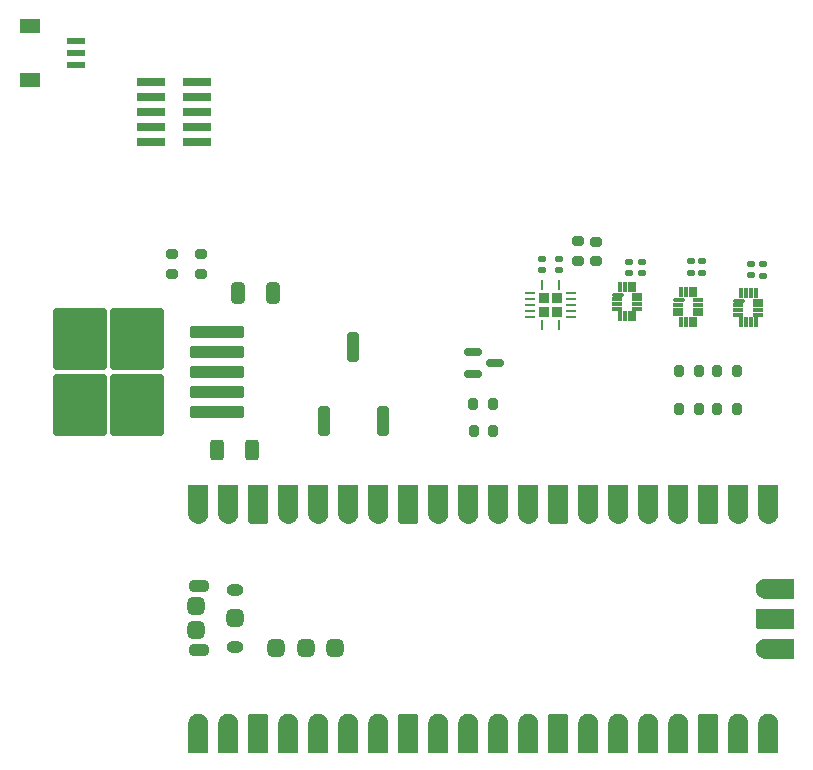
<source format=gbr>
%TF.GenerationSoftware,KiCad,Pcbnew,7.0.10-7.0.10~ubuntu22.04.1*%
%TF.CreationDate,2024-03-30T17:15:14+01:00*%
%TF.ProjectId,test_fixture,74657374-5f66-4697-9874-7572652e6b69,rev?*%
%TF.SameCoordinates,Original*%
%TF.FileFunction,Paste,Top*%
%TF.FilePolarity,Positive*%
%FSLAX46Y46*%
G04 Gerber Fmt 4.6, Leading zero omitted, Abs format (unit mm)*
G04 Created by KiCad (PCBNEW 7.0.10-7.0.10~ubuntu22.04.1) date 2024-03-30 17:15:14*
%MOMM*%
%LPD*%
G01*
G04 APERTURE LIST*
G04 Aperture macros list*
%AMRoundRect*
0 Rectangle with rounded corners*
0 $1 Rounding radius*
0 $2 $3 $4 $5 $6 $7 $8 $9 X,Y pos of 4 corners*
0 Add a 4 corners polygon primitive as box body*
4,1,4,$2,$3,$4,$5,$6,$7,$8,$9,$2,$3,0*
0 Add four circle primitives for the rounded corners*
1,1,$1+$1,$2,$3*
1,1,$1+$1,$4,$5*
1,1,$1+$1,$6,$7*
1,1,$1+$1,$8,$9*
0 Add four rect primitives between the rounded corners*
20,1,$1+$1,$2,$3,$4,$5,0*
20,1,$1+$1,$4,$5,$6,$7,0*
20,1,$1+$1,$6,$7,$8,$9,0*
20,1,$1+$1,$8,$9,$2,$3,0*%
G04 Aperture macros list end*
%ADD10C,0.010000*%
%ADD11RoundRect,0.450000X0.300000X-0.300000X0.300000X0.300000X-0.300000X0.300000X-0.300000X-0.300000X0*%
%ADD12O,1.800000X1.100000*%
%ADD13O,1.450000X1.050000*%
%ADD14RoundRect,0.200000X-0.200000X-0.275000X0.200000X-0.275000X0.200000X0.275000X-0.200000X0.275000X0*%
%ADD15RoundRect,0.140000X0.170000X-0.140000X0.170000X0.140000X-0.170000X0.140000X-0.170000X-0.140000X0*%
%ADD16RoundRect,0.002200X-0.452800X-0.107800X0.452800X-0.107800X0.452800X0.107800X-0.452800X0.107800X0*%
%ADD17RoundRect,0.002200X-0.402800X-0.107800X0.402800X-0.107800X0.402800X0.107800X-0.402800X0.107800X0*%
%ADD18RoundRect,0.002200X0.107800X-0.402800X0.107800X0.402800X-0.107800X0.402800X-0.107800X-0.402800X0*%
%ADD19RoundRect,0.002200X0.402800X0.107800X-0.402800X0.107800X-0.402800X-0.107800X0.402800X-0.107800X0*%
%ADD20RoundRect,0.002200X-0.107800X0.402800X-0.107800X-0.402800X0.107800X-0.402800X0.107800X0.402800X0*%
%ADD21RoundRect,0.200000X0.200000X0.275000X-0.200000X0.275000X-0.200000X-0.275000X0.200000X-0.275000X0*%
%ADD22R,0.820000X0.820000*%
%ADD23R,0.280000X0.850000*%
%ADD24R,0.850000X0.280000*%
%ADD25R,2.400000X0.740000*%
%ADD26RoundRect,0.200000X0.275000X-0.200000X0.275000X0.200000X-0.275000X0.200000X-0.275000X-0.200000X0*%
%ADD27RoundRect,0.200000X-0.275000X0.200000X-0.275000X-0.200000X0.275000X-0.200000X0.275000X0.200000X0*%
%ADD28RoundRect,0.250000X2.050000X0.300000X-2.050000X0.300000X-2.050000X-0.300000X2.050000X-0.300000X0*%
%ADD29RoundRect,0.250000X2.025000X2.375000X-2.025000X2.375000X-2.025000X-2.375000X2.025000X-2.375000X0*%
%ADD30R,1.550000X0.600000*%
%ADD31R,1.800000X1.200000*%
%ADD32RoundRect,0.150000X-0.587500X-0.150000X0.587500X-0.150000X0.587500X0.150000X-0.587500X0.150000X0*%
%ADD33RoundRect,0.250000X0.250000X-1.000000X0.250000X1.000000X-0.250000X1.000000X-0.250000X-1.000000X0*%
%ADD34RoundRect,0.250000X0.325000X0.650000X-0.325000X0.650000X-0.325000X-0.650000X0.325000X-0.650000X0*%
%ADD35RoundRect,0.250000X-0.312500X-0.625000X0.312500X-0.625000X0.312500X0.625000X-0.312500X0.625000X0*%
G04 APERTURE END LIST*
%TO.C,U1*%
D10*
X98594000Y-138621600D02*
X98636000Y-138624600D01*
X98677000Y-138630600D01*
X98718000Y-138637600D01*
X98759000Y-138647600D01*
X98799000Y-138659600D01*
X98839000Y-138673600D01*
X98877000Y-138689600D01*
X98915000Y-138707600D01*
X98952000Y-138727600D01*
X98988000Y-138749600D01*
X99022000Y-138773600D01*
X99055000Y-138798600D01*
X99087000Y-138825600D01*
X99118000Y-138854600D01*
X99147000Y-138885600D01*
X99174000Y-138917600D01*
X99199000Y-138950600D01*
X99223000Y-138984600D01*
X99245000Y-139020600D01*
X99265000Y-139057600D01*
X99283000Y-139095600D01*
X99299000Y-139133600D01*
X99313000Y-139173600D01*
X99325000Y-139213600D01*
X99335000Y-139254600D01*
X99342000Y-139295600D01*
X99348000Y-139336600D01*
X99351000Y-139378600D01*
X99352000Y-139420600D01*
X99352000Y-141820600D01*
X97752000Y-141820600D01*
X97752000Y-139420600D01*
X97753000Y-139378600D01*
X97756000Y-139336600D01*
X97762000Y-139295600D01*
X97769000Y-139254600D01*
X97779000Y-139213600D01*
X97791000Y-139173600D01*
X97805000Y-139133600D01*
X97821000Y-139095600D01*
X97839000Y-139057600D01*
X97859000Y-139020600D01*
X97881000Y-138984600D01*
X97905000Y-138950600D01*
X97930000Y-138917600D01*
X97957000Y-138885600D01*
X97986000Y-138854600D01*
X98017000Y-138825600D01*
X98049000Y-138798600D01*
X98082000Y-138773600D01*
X98116000Y-138749600D01*
X98152000Y-138727600D01*
X98189000Y-138707600D01*
X98227000Y-138689600D01*
X98265000Y-138673600D01*
X98305000Y-138659600D01*
X98345000Y-138647600D01*
X98386000Y-138637600D01*
X98427000Y-138630600D01*
X98468000Y-138624600D01*
X98510000Y-138621600D01*
X98552000Y-138620600D01*
X98594000Y-138621600D01*
G36*
X98594000Y-138621600D02*
G01*
X98636000Y-138624600D01*
X98677000Y-138630600D01*
X98718000Y-138637600D01*
X98759000Y-138647600D01*
X98799000Y-138659600D01*
X98839000Y-138673600D01*
X98877000Y-138689600D01*
X98915000Y-138707600D01*
X98952000Y-138727600D01*
X98988000Y-138749600D01*
X99022000Y-138773600D01*
X99055000Y-138798600D01*
X99087000Y-138825600D01*
X99118000Y-138854600D01*
X99147000Y-138885600D01*
X99174000Y-138917600D01*
X99199000Y-138950600D01*
X99223000Y-138984600D01*
X99245000Y-139020600D01*
X99265000Y-139057600D01*
X99283000Y-139095600D01*
X99299000Y-139133600D01*
X99313000Y-139173600D01*
X99325000Y-139213600D01*
X99335000Y-139254600D01*
X99342000Y-139295600D01*
X99348000Y-139336600D01*
X99351000Y-139378600D01*
X99352000Y-139420600D01*
X99352000Y-141820600D01*
X97752000Y-141820600D01*
X97752000Y-139420600D01*
X97753000Y-139378600D01*
X97756000Y-139336600D01*
X97762000Y-139295600D01*
X97769000Y-139254600D01*
X97779000Y-139213600D01*
X97791000Y-139173600D01*
X97805000Y-139133600D01*
X97821000Y-139095600D01*
X97839000Y-139057600D01*
X97859000Y-139020600D01*
X97881000Y-138984600D01*
X97905000Y-138950600D01*
X97930000Y-138917600D01*
X97957000Y-138885600D01*
X97986000Y-138854600D01*
X98017000Y-138825600D01*
X98049000Y-138798600D01*
X98082000Y-138773600D01*
X98116000Y-138749600D01*
X98152000Y-138727600D01*
X98189000Y-138707600D01*
X98227000Y-138689600D01*
X98265000Y-138673600D01*
X98305000Y-138659600D01*
X98345000Y-138647600D01*
X98386000Y-138637600D01*
X98427000Y-138630600D01*
X98468000Y-138624600D01*
X98510000Y-138621600D01*
X98552000Y-138620600D01*
X98594000Y-138621600D01*
G37*
X106214000Y-138621600D02*
X106256000Y-138624600D01*
X106297000Y-138630600D01*
X106338000Y-138637600D01*
X106379000Y-138647600D01*
X106419000Y-138659600D01*
X106459000Y-138673600D01*
X106497000Y-138689600D01*
X106535000Y-138707600D01*
X106572000Y-138727600D01*
X106608000Y-138749600D01*
X106642000Y-138773600D01*
X106675000Y-138798600D01*
X106707000Y-138825600D01*
X106738000Y-138854600D01*
X106767000Y-138885600D01*
X106794000Y-138917600D01*
X106819000Y-138950600D01*
X106843000Y-138984600D01*
X106865000Y-139020600D01*
X106885000Y-139057600D01*
X106903000Y-139095600D01*
X106919000Y-139133600D01*
X106933000Y-139173600D01*
X106945000Y-139213600D01*
X106955000Y-139254600D01*
X106962000Y-139295600D01*
X106968000Y-139336600D01*
X106971000Y-139378600D01*
X106972000Y-139420600D01*
X106972000Y-141820600D01*
X105372000Y-141820600D01*
X105372000Y-139420600D01*
X105373000Y-139378600D01*
X105376000Y-139336600D01*
X105382000Y-139295600D01*
X105389000Y-139254600D01*
X105399000Y-139213600D01*
X105411000Y-139173600D01*
X105425000Y-139133600D01*
X105441000Y-139095600D01*
X105459000Y-139057600D01*
X105479000Y-139020600D01*
X105501000Y-138984600D01*
X105525000Y-138950600D01*
X105550000Y-138917600D01*
X105577000Y-138885600D01*
X105606000Y-138854600D01*
X105637000Y-138825600D01*
X105669000Y-138798600D01*
X105702000Y-138773600D01*
X105736000Y-138749600D01*
X105772000Y-138727600D01*
X105809000Y-138707600D01*
X105847000Y-138689600D01*
X105885000Y-138673600D01*
X105925000Y-138659600D01*
X105965000Y-138647600D01*
X106006000Y-138637600D01*
X106047000Y-138630600D01*
X106088000Y-138624600D01*
X106130000Y-138621600D01*
X106172000Y-138620600D01*
X106214000Y-138621600D01*
G36*
X106214000Y-138621600D02*
G01*
X106256000Y-138624600D01*
X106297000Y-138630600D01*
X106338000Y-138637600D01*
X106379000Y-138647600D01*
X106419000Y-138659600D01*
X106459000Y-138673600D01*
X106497000Y-138689600D01*
X106535000Y-138707600D01*
X106572000Y-138727600D01*
X106608000Y-138749600D01*
X106642000Y-138773600D01*
X106675000Y-138798600D01*
X106707000Y-138825600D01*
X106738000Y-138854600D01*
X106767000Y-138885600D01*
X106794000Y-138917600D01*
X106819000Y-138950600D01*
X106843000Y-138984600D01*
X106865000Y-139020600D01*
X106885000Y-139057600D01*
X106903000Y-139095600D01*
X106919000Y-139133600D01*
X106933000Y-139173600D01*
X106945000Y-139213600D01*
X106955000Y-139254600D01*
X106962000Y-139295600D01*
X106968000Y-139336600D01*
X106971000Y-139378600D01*
X106972000Y-139420600D01*
X106972000Y-141820600D01*
X105372000Y-141820600D01*
X105372000Y-139420600D01*
X105373000Y-139378600D01*
X105376000Y-139336600D01*
X105382000Y-139295600D01*
X105389000Y-139254600D01*
X105399000Y-139213600D01*
X105411000Y-139173600D01*
X105425000Y-139133600D01*
X105441000Y-139095600D01*
X105459000Y-139057600D01*
X105479000Y-139020600D01*
X105501000Y-138984600D01*
X105525000Y-138950600D01*
X105550000Y-138917600D01*
X105577000Y-138885600D01*
X105606000Y-138854600D01*
X105637000Y-138825600D01*
X105669000Y-138798600D01*
X105702000Y-138773600D01*
X105736000Y-138749600D01*
X105772000Y-138727600D01*
X105809000Y-138707600D01*
X105847000Y-138689600D01*
X105885000Y-138673600D01*
X105925000Y-138659600D01*
X105965000Y-138647600D01*
X106006000Y-138637600D01*
X106047000Y-138630600D01*
X106088000Y-138624600D01*
X106130000Y-138621600D01*
X106172000Y-138620600D01*
X106214000Y-138621600D01*
G37*
X118914000Y-138621600D02*
X118956000Y-138624600D01*
X118997000Y-138630600D01*
X119038000Y-138637600D01*
X119079000Y-138647600D01*
X119119000Y-138659600D01*
X119159000Y-138673600D01*
X119197000Y-138689600D01*
X119235000Y-138707600D01*
X119272000Y-138727600D01*
X119308000Y-138749600D01*
X119342000Y-138773600D01*
X119375000Y-138798600D01*
X119407000Y-138825600D01*
X119438000Y-138854600D01*
X119467000Y-138885600D01*
X119494000Y-138917600D01*
X119519000Y-138950600D01*
X119543000Y-138984600D01*
X119565000Y-139020600D01*
X119585000Y-139057600D01*
X119603000Y-139095600D01*
X119619000Y-139133600D01*
X119633000Y-139173600D01*
X119645000Y-139213600D01*
X119655000Y-139254600D01*
X119662000Y-139295600D01*
X119668000Y-139336600D01*
X119671000Y-139378600D01*
X119672000Y-139420600D01*
X119672000Y-141820600D01*
X118072000Y-141820600D01*
X118072000Y-139420600D01*
X118073000Y-139378600D01*
X118076000Y-139336600D01*
X118082000Y-139295600D01*
X118089000Y-139254600D01*
X118099000Y-139213600D01*
X118111000Y-139173600D01*
X118125000Y-139133600D01*
X118141000Y-139095600D01*
X118159000Y-139057600D01*
X118179000Y-139020600D01*
X118201000Y-138984600D01*
X118225000Y-138950600D01*
X118250000Y-138917600D01*
X118277000Y-138885600D01*
X118306000Y-138854600D01*
X118337000Y-138825600D01*
X118369000Y-138798600D01*
X118402000Y-138773600D01*
X118436000Y-138749600D01*
X118472000Y-138727600D01*
X118509000Y-138707600D01*
X118547000Y-138689600D01*
X118585000Y-138673600D01*
X118625000Y-138659600D01*
X118665000Y-138647600D01*
X118706000Y-138637600D01*
X118747000Y-138630600D01*
X118788000Y-138624600D01*
X118830000Y-138621600D01*
X118872000Y-138620600D01*
X118914000Y-138621600D01*
G36*
X118914000Y-138621600D02*
G01*
X118956000Y-138624600D01*
X118997000Y-138630600D01*
X119038000Y-138637600D01*
X119079000Y-138647600D01*
X119119000Y-138659600D01*
X119159000Y-138673600D01*
X119197000Y-138689600D01*
X119235000Y-138707600D01*
X119272000Y-138727600D01*
X119308000Y-138749600D01*
X119342000Y-138773600D01*
X119375000Y-138798600D01*
X119407000Y-138825600D01*
X119438000Y-138854600D01*
X119467000Y-138885600D01*
X119494000Y-138917600D01*
X119519000Y-138950600D01*
X119543000Y-138984600D01*
X119565000Y-139020600D01*
X119585000Y-139057600D01*
X119603000Y-139095600D01*
X119619000Y-139133600D01*
X119633000Y-139173600D01*
X119645000Y-139213600D01*
X119655000Y-139254600D01*
X119662000Y-139295600D01*
X119668000Y-139336600D01*
X119671000Y-139378600D01*
X119672000Y-139420600D01*
X119672000Y-141820600D01*
X118072000Y-141820600D01*
X118072000Y-139420600D01*
X118073000Y-139378600D01*
X118076000Y-139336600D01*
X118082000Y-139295600D01*
X118089000Y-139254600D01*
X118099000Y-139213600D01*
X118111000Y-139173600D01*
X118125000Y-139133600D01*
X118141000Y-139095600D01*
X118159000Y-139057600D01*
X118179000Y-139020600D01*
X118201000Y-138984600D01*
X118225000Y-138950600D01*
X118250000Y-138917600D01*
X118277000Y-138885600D01*
X118306000Y-138854600D01*
X118337000Y-138825600D01*
X118369000Y-138798600D01*
X118402000Y-138773600D01*
X118436000Y-138749600D01*
X118472000Y-138727600D01*
X118509000Y-138707600D01*
X118547000Y-138689600D01*
X118585000Y-138673600D01*
X118625000Y-138659600D01*
X118665000Y-138647600D01*
X118706000Y-138637600D01*
X118747000Y-138630600D01*
X118788000Y-138624600D01*
X118830000Y-138621600D01*
X118872000Y-138620600D01*
X118914000Y-138621600D01*
G37*
X131614000Y-138621600D02*
X131656000Y-138624600D01*
X131697000Y-138630600D01*
X131738000Y-138637600D01*
X131779000Y-138647600D01*
X131819000Y-138659600D01*
X131859000Y-138673600D01*
X131897000Y-138689600D01*
X131935000Y-138707600D01*
X131972000Y-138727600D01*
X132008000Y-138749600D01*
X132042000Y-138773600D01*
X132075000Y-138798600D01*
X132107000Y-138825600D01*
X132138000Y-138854600D01*
X132167000Y-138885600D01*
X132194000Y-138917600D01*
X132219000Y-138950600D01*
X132243000Y-138984600D01*
X132265000Y-139020600D01*
X132285000Y-139057600D01*
X132303000Y-139095600D01*
X132319000Y-139133600D01*
X132333000Y-139173600D01*
X132345000Y-139213600D01*
X132355000Y-139254600D01*
X132362000Y-139295600D01*
X132368000Y-139336600D01*
X132371000Y-139378600D01*
X132372000Y-139420600D01*
X132372000Y-141820600D01*
X130772000Y-141820600D01*
X130772000Y-139420600D01*
X130773000Y-139378600D01*
X130776000Y-139336600D01*
X130782000Y-139295600D01*
X130789000Y-139254600D01*
X130799000Y-139213600D01*
X130811000Y-139173600D01*
X130825000Y-139133600D01*
X130841000Y-139095600D01*
X130859000Y-139057600D01*
X130879000Y-139020600D01*
X130901000Y-138984600D01*
X130925000Y-138950600D01*
X130950000Y-138917600D01*
X130977000Y-138885600D01*
X131006000Y-138854600D01*
X131037000Y-138825600D01*
X131069000Y-138798600D01*
X131102000Y-138773600D01*
X131136000Y-138749600D01*
X131172000Y-138727600D01*
X131209000Y-138707600D01*
X131247000Y-138689600D01*
X131285000Y-138673600D01*
X131325000Y-138659600D01*
X131365000Y-138647600D01*
X131406000Y-138637600D01*
X131447000Y-138630600D01*
X131488000Y-138624600D01*
X131530000Y-138621600D01*
X131572000Y-138620600D01*
X131614000Y-138621600D01*
G36*
X131614000Y-138621600D02*
G01*
X131656000Y-138624600D01*
X131697000Y-138630600D01*
X131738000Y-138637600D01*
X131779000Y-138647600D01*
X131819000Y-138659600D01*
X131859000Y-138673600D01*
X131897000Y-138689600D01*
X131935000Y-138707600D01*
X131972000Y-138727600D01*
X132008000Y-138749600D01*
X132042000Y-138773600D01*
X132075000Y-138798600D01*
X132107000Y-138825600D01*
X132138000Y-138854600D01*
X132167000Y-138885600D01*
X132194000Y-138917600D01*
X132219000Y-138950600D01*
X132243000Y-138984600D01*
X132265000Y-139020600D01*
X132285000Y-139057600D01*
X132303000Y-139095600D01*
X132319000Y-139133600D01*
X132333000Y-139173600D01*
X132345000Y-139213600D01*
X132355000Y-139254600D01*
X132362000Y-139295600D01*
X132368000Y-139336600D01*
X132371000Y-139378600D01*
X132372000Y-139420600D01*
X132372000Y-141820600D01*
X130772000Y-141820600D01*
X130772000Y-139420600D01*
X130773000Y-139378600D01*
X130776000Y-139336600D01*
X130782000Y-139295600D01*
X130789000Y-139254600D01*
X130799000Y-139213600D01*
X130811000Y-139173600D01*
X130825000Y-139133600D01*
X130841000Y-139095600D01*
X130859000Y-139057600D01*
X130879000Y-139020600D01*
X130901000Y-138984600D01*
X130925000Y-138950600D01*
X130950000Y-138917600D01*
X130977000Y-138885600D01*
X131006000Y-138854600D01*
X131037000Y-138825600D01*
X131069000Y-138798600D01*
X131102000Y-138773600D01*
X131136000Y-138749600D01*
X131172000Y-138727600D01*
X131209000Y-138707600D01*
X131247000Y-138689600D01*
X131285000Y-138673600D01*
X131325000Y-138659600D01*
X131365000Y-138647600D01*
X131406000Y-138637600D01*
X131447000Y-138630600D01*
X131488000Y-138624600D01*
X131530000Y-138621600D01*
X131572000Y-138620600D01*
X131614000Y-138621600D01*
G37*
X134154000Y-138621600D02*
X134196000Y-138624600D01*
X134237000Y-138630600D01*
X134278000Y-138637600D01*
X134319000Y-138647600D01*
X134359000Y-138659600D01*
X134399000Y-138673600D01*
X134437000Y-138689600D01*
X134475000Y-138707600D01*
X134512000Y-138727600D01*
X134548000Y-138749600D01*
X134582000Y-138773600D01*
X134615000Y-138798600D01*
X134647000Y-138825600D01*
X134678000Y-138854600D01*
X134707000Y-138885600D01*
X134734000Y-138917600D01*
X134759000Y-138950600D01*
X134783000Y-138984600D01*
X134805000Y-139020600D01*
X134825000Y-139057600D01*
X134843000Y-139095600D01*
X134859000Y-139133600D01*
X134873000Y-139173600D01*
X134885000Y-139213600D01*
X134895000Y-139254600D01*
X134902000Y-139295600D01*
X134908000Y-139336600D01*
X134911000Y-139378600D01*
X134912000Y-139420600D01*
X134912000Y-141820600D01*
X133312000Y-141820600D01*
X133312000Y-139420600D01*
X133313000Y-139378600D01*
X133316000Y-139336600D01*
X133322000Y-139295600D01*
X133329000Y-139254600D01*
X133339000Y-139213600D01*
X133351000Y-139173600D01*
X133365000Y-139133600D01*
X133381000Y-139095600D01*
X133399000Y-139057600D01*
X133419000Y-139020600D01*
X133441000Y-138984600D01*
X133465000Y-138950600D01*
X133490000Y-138917600D01*
X133517000Y-138885600D01*
X133546000Y-138854600D01*
X133577000Y-138825600D01*
X133609000Y-138798600D01*
X133642000Y-138773600D01*
X133676000Y-138749600D01*
X133712000Y-138727600D01*
X133749000Y-138707600D01*
X133787000Y-138689600D01*
X133825000Y-138673600D01*
X133865000Y-138659600D01*
X133905000Y-138647600D01*
X133946000Y-138637600D01*
X133987000Y-138630600D01*
X134028000Y-138624600D01*
X134070000Y-138621600D01*
X134112000Y-138620600D01*
X134154000Y-138621600D01*
G36*
X134154000Y-138621600D02*
G01*
X134196000Y-138624600D01*
X134237000Y-138630600D01*
X134278000Y-138637600D01*
X134319000Y-138647600D01*
X134359000Y-138659600D01*
X134399000Y-138673600D01*
X134437000Y-138689600D01*
X134475000Y-138707600D01*
X134512000Y-138727600D01*
X134548000Y-138749600D01*
X134582000Y-138773600D01*
X134615000Y-138798600D01*
X134647000Y-138825600D01*
X134678000Y-138854600D01*
X134707000Y-138885600D01*
X134734000Y-138917600D01*
X134759000Y-138950600D01*
X134783000Y-138984600D01*
X134805000Y-139020600D01*
X134825000Y-139057600D01*
X134843000Y-139095600D01*
X134859000Y-139133600D01*
X134873000Y-139173600D01*
X134885000Y-139213600D01*
X134895000Y-139254600D01*
X134902000Y-139295600D01*
X134908000Y-139336600D01*
X134911000Y-139378600D01*
X134912000Y-139420600D01*
X134912000Y-141820600D01*
X133312000Y-141820600D01*
X133312000Y-139420600D01*
X133313000Y-139378600D01*
X133316000Y-139336600D01*
X133322000Y-139295600D01*
X133329000Y-139254600D01*
X133339000Y-139213600D01*
X133351000Y-139173600D01*
X133365000Y-139133600D01*
X133381000Y-139095600D01*
X133399000Y-139057600D01*
X133419000Y-139020600D01*
X133441000Y-138984600D01*
X133465000Y-138950600D01*
X133490000Y-138917600D01*
X133517000Y-138885600D01*
X133546000Y-138854600D01*
X133577000Y-138825600D01*
X133609000Y-138798600D01*
X133642000Y-138773600D01*
X133676000Y-138749600D01*
X133712000Y-138727600D01*
X133749000Y-138707600D01*
X133787000Y-138689600D01*
X133825000Y-138673600D01*
X133865000Y-138659600D01*
X133905000Y-138647600D01*
X133946000Y-138637600D01*
X133987000Y-138630600D01*
X134028000Y-138624600D01*
X134070000Y-138621600D01*
X134112000Y-138620600D01*
X134154000Y-138621600D01*
G37*
X136694000Y-138621600D02*
X136736000Y-138624600D01*
X136777000Y-138630600D01*
X136818000Y-138637600D01*
X136859000Y-138647600D01*
X136899000Y-138659600D01*
X136939000Y-138673600D01*
X136977000Y-138689600D01*
X137015000Y-138707600D01*
X137052000Y-138727600D01*
X137088000Y-138749600D01*
X137122000Y-138773600D01*
X137155000Y-138798600D01*
X137187000Y-138825600D01*
X137218000Y-138854600D01*
X137247000Y-138885600D01*
X137274000Y-138917600D01*
X137299000Y-138950600D01*
X137323000Y-138984600D01*
X137345000Y-139020600D01*
X137365000Y-139057600D01*
X137383000Y-139095600D01*
X137399000Y-139133600D01*
X137413000Y-139173600D01*
X137425000Y-139213600D01*
X137435000Y-139254600D01*
X137442000Y-139295600D01*
X137448000Y-139336600D01*
X137451000Y-139378600D01*
X137452000Y-139420600D01*
X137452000Y-141820600D01*
X135852000Y-141820600D01*
X135852000Y-139420600D01*
X135853000Y-139378600D01*
X135856000Y-139336600D01*
X135862000Y-139295600D01*
X135869000Y-139254600D01*
X135879000Y-139213600D01*
X135891000Y-139173600D01*
X135905000Y-139133600D01*
X135921000Y-139095600D01*
X135939000Y-139057600D01*
X135959000Y-139020600D01*
X135981000Y-138984600D01*
X136005000Y-138950600D01*
X136030000Y-138917600D01*
X136057000Y-138885600D01*
X136086000Y-138854600D01*
X136117000Y-138825600D01*
X136149000Y-138798600D01*
X136182000Y-138773600D01*
X136216000Y-138749600D01*
X136252000Y-138727600D01*
X136289000Y-138707600D01*
X136327000Y-138689600D01*
X136365000Y-138673600D01*
X136405000Y-138659600D01*
X136445000Y-138647600D01*
X136486000Y-138637600D01*
X136527000Y-138630600D01*
X136568000Y-138624600D01*
X136610000Y-138621600D01*
X136652000Y-138620600D01*
X136694000Y-138621600D01*
G36*
X136694000Y-138621600D02*
G01*
X136736000Y-138624600D01*
X136777000Y-138630600D01*
X136818000Y-138637600D01*
X136859000Y-138647600D01*
X136899000Y-138659600D01*
X136939000Y-138673600D01*
X136977000Y-138689600D01*
X137015000Y-138707600D01*
X137052000Y-138727600D01*
X137088000Y-138749600D01*
X137122000Y-138773600D01*
X137155000Y-138798600D01*
X137187000Y-138825600D01*
X137218000Y-138854600D01*
X137247000Y-138885600D01*
X137274000Y-138917600D01*
X137299000Y-138950600D01*
X137323000Y-138984600D01*
X137345000Y-139020600D01*
X137365000Y-139057600D01*
X137383000Y-139095600D01*
X137399000Y-139133600D01*
X137413000Y-139173600D01*
X137425000Y-139213600D01*
X137435000Y-139254600D01*
X137442000Y-139295600D01*
X137448000Y-139336600D01*
X137451000Y-139378600D01*
X137452000Y-139420600D01*
X137452000Y-141820600D01*
X135852000Y-141820600D01*
X135852000Y-139420600D01*
X135853000Y-139378600D01*
X135856000Y-139336600D01*
X135862000Y-139295600D01*
X135869000Y-139254600D01*
X135879000Y-139213600D01*
X135891000Y-139173600D01*
X135905000Y-139133600D01*
X135921000Y-139095600D01*
X135939000Y-139057600D01*
X135959000Y-139020600D01*
X135981000Y-138984600D01*
X136005000Y-138950600D01*
X136030000Y-138917600D01*
X136057000Y-138885600D01*
X136086000Y-138854600D01*
X136117000Y-138825600D01*
X136149000Y-138798600D01*
X136182000Y-138773600D01*
X136216000Y-138749600D01*
X136252000Y-138727600D01*
X136289000Y-138707600D01*
X136327000Y-138689600D01*
X136365000Y-138673600D01*
X136405000Y-138659600D01*
X136445000Y-138647600D01*
X136486000Y-138637600D01*
X136527000Y-138630600D01*
X136568000Y-138624600D01*
X136610000Y-138621600D01*
X136652000Y-138620600D01*
X136694000Y-138621600D01*
G37*
X139234000Y-138621600D02*
X139276000Y-138624600D01*
X139317000Y-138630600D01*
X139358000Y-138637600D01*
X139399000Y-138647600D01*
X139439000Y-138659600D01*
X139479000Y-138673600D01*
X139517000Y-138689600D01*
X139555000Y-138707600D01*
X139592000Y-138727600D01*
X139628000Y-138749600D01*
X139662000Y-138773600D01*
X139695000Y-138798600D01*
X139727000Y-138825600D01*
X139758000Y-138854600D01*
X139787000Y-138885600D01*
X139814000Y-138917600D01*
X139839000Y-138950600D01*
X139863000Y-138984600D01*
X139885000Y-139020600D01*
X139905000Y-139057600D01*
X139923000Y-139095600D01*
X139939000Y-139133600D01*
X139953000Y-139173600D01*
X139965000Y-139213600D01*
X139975000Y-139254600D01*
X139982000Y-139295600D01*
X139988000Y-139336600D01*
X139991000Y-139378600D01*
X139992000Y-139420600D01*
X139992000Y-141820600D01*
X138392000Y-141820600D01*
X138392000Y-139420600D01*
X138393000Y-139378600D01*
X138396000Y-139336600D01*
X138402000Y-139295600D01*
X138409000Y-139254600D01*
X138419000Y-139213600D01*
X138431000Y-139173600D01*
X138445000Y-139133600D01*
X138461000Y-139095600D01*
X138479000Y-139057600D01*
X138499000Y-139020600D01*
X138521000Y-138984600D01*
X138545000Y-138950600D01*
X138570000Y-138917600D01*
X138597000Y-138885600D01*
X138626000Y-138854600D01*
X138657000Y-138825600D01*
X138689000Y-138798600D01*
X138722000Y-138773600D01*
X138756000Y-138749600D01*
X138792000Y-138727600D01*
X138829000Y-138707600D01*
X138867000Y-138689600D01*
X138905000Y-138673600D01*
X138945000Y-138659600D01*
X138985000Y-138647600D01*
X139026000Y-138637600D01*
X139067000Y-138630600D01*
X139108000Y-138624600D01*
X139150000Y-138621600D01*
X139192000Y-138620600D01*
X139234000Y-138621600D01*
G36*
X139234000Y-138621600D02*
G01*
X139276000Y-138624600D01*
X139317000Y-138630600D01*
X139358000Y-138637600D01*
X139399000Y-138647600D01*
X139439000Y-138659600D01*
X139479000Y-138673600D01*
X139517000Y-138689600D01*
X139555000Y-138707600D01*
X139592000Y-138727600D01*
X139628000Y-138749600D01*
X139662000Y-138773600D01*
X139695000Y-138798600D01*
X139727000Y-138825600D01*
X139758000Y-138854600D01*
X139787000Y-138885600D01*
X139814000Y-138917600D01*
X139839000Y-138950600D01*
X139863000Y-138984600D01*
X139885000Y-139020600D01*
X139905000Y-139057600D01*
X139923000Y-139095600D01*
X139939000Y-139133600D01*
X139953000Y-139173600D01*
X139965000Y-139213600D01*
X139975000Y-139254600D01*
X139982000Y-139295600D01*
X139988000Y-139336600D01*
X139991000Y-139378600D01*
X139992000Y-139420600D01*
X139992000Y-141820600D01*
X138392000Y-141820600D01*
X138392000Y-139420600D01*
X138393000Y-139378600D01*
X138396000Y-139336600D01*
X138402000Y-139295600D01*
X138409000Y-139254600D01*
X138419000Y-139213600D01*
X138431000Y-139173600D01*
X138445000Y-139133600D01*
X138461000Y-139095600D01*
X138479000Y-139057600D01*
X138499000Y-139020600D01*
X138521000Y-138984600D01*
X138545000Y-138950600D01*
X138570000Y-138917600D01*
X138597000Y-138885600D01*
X138626000Y-138854600D01*
X138657000Y-138825600D01*
X138689000Y-138798600D01*
X138722000Y-138773600D01*
X138756000Y-138749600D01*
X138792000Y-138727600D01*
X138829000Y-138707600D01*
X138867000Y-138689600D01*
X138905000Y-138673600D01*
X138945000Y-138659600D01*
X138985000Y-138647600D01*
X139026000Y-138637600D01*
X139067000Y-138630600D01*
X139108000Y-138624600D01*
X139150000Y-138621600D01*
X139192000Y-138620600D01*
X139234000Y-138621600D01*
G37*
X144314000Y-138621600D02*
X144356000Y-138624600D01*
X144397000Y-138630600D01*
X144438000Y-138637600D01*
X144479000Y-138647600D01*
X144519000Y-138659600D01*
X144559000Y-138673600D01*
X144597000Y-138689600D01*
X144635000Y-138707600D01*
X144672000Y-138727600D01*
X144708000Y-138749600D01*
X144742000Y-138773600D01*
X144775000Y-138798600D01*
X144807000Y-138825600D01*
X144838000Y-138854600D01*
X144867000Y-138885600D01*
X144894000Y-138917600D01*
X144919000Y-138950600D01*
X144943000Y-138984600D01*
X144965000Y-139020600D01*
X144985000Y-139057600D01*
X145003000Y-139095600D01*
X145019000Y-139133600D01*
X145033000Y-139173600D01*
X145045000Y-139213600D01*
X145055000Y-139254600D01*
X145062000Y-139295600D01*
X145068000Y-139336600D01*
X145071000Y-139378600D01*
X145072000Y-139420600D01*
X145072000Y-141820600D01*
X143472000Y-141820600D01*
X143472000Y-139420600D01*
X143473000Y-139378600D01*
X143476000Y-139336600D01*
X143482000Y-139295600D01*
X143489000Y-139254600D01*
X143499000Y-139213600D01*
X143511000Y-139173600D01*
X143525000Y-139133600D01*
X143541000Y-139095600D01*
X143559000Y-139057600D01*
X143579000Y-139020600D01*
X143601000Y-138984600D01*
X143625000Y-138950600D01*
X143650000Y-138917600D01*
X143677000Y-138885600D01*
X143706000Y-138854600D01*
X143737000Y-138825600D01*
X143769000Y-138798600D01*
X143802000Y-138773600D01*
X143836000Y-138749600D01*
X143872000Y-138727600D01*
X143909000Y-138707600D01*
X143947000Y-138689600D01*
X143985000Y-138673600D01*
X144025000Y-138659600D01*
X144065000Y-138647600D01*
X144106000Y-138637600D01*
X144147000Y-138630600D01*
X144188000Y-138624600D01*
X144230000Y-138621600D01*
X144272000Y-138620600D01*
X144314000Y-138621600D01*
G36*
X144314000Y-138621600D02*
G01*
X144356000Y-138624600D01*
X144397000Y-138630600D01*
X144438000Y-138637600D01*
X144479000Y-138647600D01*
X144519000Y-138659600D01*
X144559000Y-138673600D01*
X144597000Y-138689600D01*
X144635000Y-138707600D01*
X144672000Y-138727600D01*
X144708000Y-138749600D01*
X144742000Y-138773600D01*
X144775000Y-138798600D01*
X144807000Y-138825600D01*
X144838000Y-138854600D01*
X144867000Y-138885600D01*
X144894000Y-138917600D01*
X144919000Y-138950600D01*
X144943000Y-138984600D01*
X144965000Y-139020600D01*
X144985000Y-139057600D01*
X145003000Y-139095600D01*
X145019000Y-139133600D01*
X145033000Y-139173600D01*
X145045000Y-139213600D01*
X145055000Y-139254600D01*
X145062000Y-139295600D01*
X145068000Y-139336600D01*
X145071000Y-139378600D01*
X145072000Y-139420600D01*
X145072000Y-141820600D01*
X143472000Y-141820600D01*
X143472000Y-139420600D01*
X143473000Y-139378600D01*
X143476000Y-139336600D01*
X143482000Y-139295600D01*
X143489000Y-139254600D01*
X143499000Y-139213600D01*
X143511000Y-139173600D01*
X143525000Y-139133600D01*
X143541000Y-139095600D01*
X143559000Y-139057600D01*
X143579000Y-139020600D01*
X143601000Y-138984600D01*
X143625000Y-138950600D01*
X143650000Y-138917600D01*
X143677000Y-138885600D01*
X143706000Y-138854600D01*
X143737000Y-138825600D01*
X143769000Y-138798600D01*
X143802000Y-138773600D01*
X143836000Y-138749600D01*
X143872000Y-138727600D01*
X143909000Y-138707600D01*
X143947000Y-138689600D01*
X143985000Y-138673600D01*
X144025000Y-138659600D01*
X144065000Y-138647600D01*
X144106000Y-138637600D01*
X144147000Y-138630600D01*
X144188000Y-138624600D01*
X144230000Y-138621600D01*
X144272000Y-138620600D01*
X144314000Y-138621600D01*
G37*
X146854000Y-138621600D02*
X146896000Y-138624600D01*
X146937000Y-138630600D01*
X146978000Y-138637600D01*
X147019000Y-138647600D01*
X147059000Y-138659600D01*
X147099000Y-138673600D01*
X147137000Y-138689600D01*
X147175000Y-138707600D01*
X147212000Y-138727600D01*
X147248000Y-138749600D01*
X147282000Y-138773600D01*
X147315000Y-138798600D01*
X147347000Y-138825600D01*
X147378000Y-138854600D01*
X147407000Y-138885600D01*
X147434000Y-138917600D01*
X147459000Y-138950600D01*
X147483000Y-138984600D01*
X147505000Y-139020600D01*
X147525000Y-139057600D01*
X147543000Y-139095600D01*
X147559000Y-139133600D01*
X147573000Y-139173600D01*
X147585000Y-139213600D01*
X147595000Y-139254600D01*
X147602000Y-139295600D01*
X147608000Y-139336600D01*
X147611000Y-139378600D01*
X147612000Y-139420600D01*
X147612000Y-141820600D01*
X146012000Y-141820600D01*
X146012000Y-139420600D01*
X146013000Y-139378600D01*
X146016000Y-139336600D01*
X146022000Y-139295600D01*
X146029000Y-139254600D01*
X146039000Y-139213600D01*
X146051000Y-139173600D01*
X146065000Y-139133600D01*
X146081000Y-139095600D01*
X146099000Y-139057600D01*
X146119000Y-139020600D01*
X146141000Y-138984600D01*
X146165000Y-138950600D01*
X146190000Y-138917600D01*
X146217000Y-138885600D01*
X146246000Y-138854600D01*
X146277000Y-138825600D01*
X146309000Y-138798600D01*
X146342000Y-138773600D01*
X146376000Y-138749600D01*
X146412000Y-138727600D01*
X146449000Y-138707600D01*
X146487000Y-138689600D01*
X146525000Y-138673600D01*
X146565000Y-138659600D01*
X146605000Y-138647600D01*
X146646000Y-138637600D01*
X146687000Y-138630600D01*
X146728000Y-138624600D01*
X146770000Y-138621600D01*
X146812000Y-138620600D01*
X146854000Y-138621600D01*
G36*
X146854000Y-138621600D02*
G01*
X146896000Y-138624600D01*
X146937000Y-138630600D01*
X146978000Y-138637600D01*
X147019000Y-138647600D01*
X147059000Y-138659600D01*
X147099000Y-138673600D01*
X147137000Y-138689600D01*
X147175000Y-138707600D01*
X147212000Y-138727600D01*
X147248000Y-138749600D01*
X147282000Y-138773600D01*
X147315000Y-138798600D01*
X147347000Y-138825600D01*
X147378000Y-138854600D01*
X147407000Y-138885600D01*
X147434000Y-138917600D01*
X147459000Y-138950600D01*
X147483000Y-138984600D01*
X147505000Y-139020600D01*
X147525000Y-139057600D01*
X147543000Y-139095600D01*
X147559000Y-139133600D01*
X147573000Y-139173600D01*
X147585000Y-139213600D01*
X147595000Y-139254600D01*
X147602000Y-139295600D01*
X147608000Y-139336600D01*
X147611000Y-139378600D01*
X147612000Y-139420600D01*
X147612000Y-141820600D01*
X146012000Y-141820600D01*
X146012000Y-139420600D01*
X146013000Y-139378600D01*
X146016000Y-139336600D01*
X146022000Y-139295600D01*
X146029000Y-139254600D01*
X146039000Y-139213600D01*
X146051000Y-139173600D01*
X146065000Y-139133600D01*
X146081000Y-139095600D01*
X146099000Y-139057600D01*
X146119000Y-139020600D01*
X146141000Y-138984600D01*
X146165000Y-138950600D01*
X146190000Y-138917600D01*
X146217000Y-138885600D01*
X146246000Y-138854600D01*
X146277000Y-138825600D01*
X146309000Y-138798600D01*
X146342000Y-138773600D01*
X146376000Y-138749600D01*
X146412000Y-138727600D01*
X146449000Y-138707600D01*
X146487000Y-138689600D01*
X146525000Y-138673600D01*
X146565000Y-138659600D01*
X146605000Y-138647600D01*
X146646000Y-138637600D01*
X146687000Y-138630600D01*
X146728000Y-138624600D01*
X146770000Y-138621600D01*
X146812000Y-138620600D01*
X146854000Y-138621600D01*
G37*
X104253000Y-138621600D02*
X104263000Y-138622600D01*
X104274000Y-138624600D01*
X104284000Y-138627600D01*
X104294000Y-138630600D01*
X104304000Y-138633600D01*
X104313000Y-138637600D01*
X104323000Y-138642600D01*
X104332000Y-138647600D01*
X104341000Y-138652600D01*
X104350000Y-138658600D01*
X104358000Y-138665600D01*
X104366000Y-138671600D01*
X104373000Y-138679600D01*
X104381000Y-138686600D01*
X104387000Y-138694600D01*
X104394000Y-138702600D01*
X104400000Y-138711600D01*
X104405000Y-138720600D01*
X104410000Y-138729600D01*
X104415000Y-138739600D01*
X104419000Y-138748600D01*
X104422000Y-138758600D01*
X104425000Y-138768600D01*
X104428000Y-138778600D01*
X104430000Y-138789600D01*
X104431000Y-138799600D01*
X104432000Y-138810600D01*
X104432000Y-138820600D01*
X104432000Y-141820600D01*
X102832000Y-141820600D01*
X102832000Y-138820600D01*
X102832000Y-138810600D01*
X102833000Y-138799600D01*
X102834000Y-138789600D01*
X102836000Y-138778600D01*
X102839000Y-138768600D01*
X102842000Y-138758600D01*
X102845000Y-138748600D01*
X102849000Y-138739600D01*
X102854000Y-138729600D01*
X102859000Y-138720600D01*
X102864000Y-138711600D01*
X102870000Y-138702600D01*
X102877000Y-138694600D01*
X102883000Y-138686600D01*
X102891000Y-138679600D01*
X102898000Y-138671600D01*
X102906000Y-138665600D01*
X102914000Y-138658600D01*
X102923000Y-138652600D01*
X102932000Y-138647600D01*
X102941000Y-138642600D01*
X102951000Y-138637600D01*
X102960000Y-138633600D01*
X102970000Y-138630600D01*
X102980000Y-138627600D01*
X102990000Y-138624600D01*
X103001000Y-138622600D01*
X103011000Y-138621600D01*
X103022000Y-138620600D01*
X103032000Y-138620600D01*
X104232000Y-138620600D01*
X104242000Y-138620600D01*
X104253000Y-138621600D01*
G36*
X104253000Y-138621600D02*
G01*
X104263000Y-138622600D01*
X104274000Y-138624600D01*
X104284000Y-138627600D01*
X104294000Y-138630600D01*
X104304000Y-138633600D01*
X104313000Y-138637600D01*
X104323000Y-138642600D01*
X104332000Y-138647600D01*
X104341000Y-138652600D01*
X104350000Y-138658600D01*
X104358000Y-138665600D01*
X104366000Y-138671600D01*
X104373000Y-138679600D01*
X104381000Y-138686600D01*
X104387000Y-138694600D01*
X104394000Y-138702600D01*
X104400000Y-138711600D01*
X104405000Y-138720600D01*
X104410000Y-138729600D01*
X104415000Y-138739600D01*
X104419000Y-138748600D01*
X104422000Y-138758600D01*
X104425000Y-138768600D01*
X104428000Y-138778600D01*
X104430000Y-138789600D01*
X104431000Y-138799600D01*
X104432000Y-138810600D01*
X104432000Y-138820600D01*
X104432000Y-141820600D01*
X102832000Y-141820600D01*
X102832000Y-138820600D01*
X102832000Y-138810600D01*
X102833000Y-138799600D01*
X102834000Y-138789600D01*
X102836000Y-138778600D01*
X102839000Y-138768600D01*
X102842000Y-138758600D01*
X102845000Y-138748600D01*
X102849000Y-138739600D01*
X102854000Y-138729600D01*
X102859000Y-138720600D01*
X102864000Y-138711600D01*
X102870000Y-138702600D01*
X102877000Y-138694600D01*
X102883000Y-138686600D01*
X102891000Y-138679600D01*
X102898000Y-138671600D01*
X102906000Y-138665600D01*
X102914000Y-138658600D01*
X102923000Y-138652600D01*
X102932000Y-138647600D01*
X102941000Y-138642600D01*
X102951000Y-138637600D01*
X102960000Y-138633600D01*
X102970000Y-138630600D01*
X102980000Y-138627600D01*
X102990000Y-138624600D01*
X103001000Y-138622600D01*
X103011000Y-138621600D01*
X103022000Y-138620600D01*
X103032000Y-138620600D01*
X104232000Y-138620600D01*
X104242000Y-138620600D01*
X104253000Y-138621600D01*
G37*
X129653000Y-138621600D02*
X129663000Y-138622600D01*
X129674000Y-138624600D01*
X129684000Y-138627600D01*
X129694000Y-138630600D01*
X129704000Y-138633600D01*
X129713000Y-138637600D01*
X129723000Y-138642600D01*
X129732000Y-138647600D01*
X129741000Y-138652600D01*
X129750000Y-138658600D01*
X129758000Y-138665600D01*
X129766000Y-138671600D01*
X129773000Y-138679600D01*
X129781000Y-138686600D01*
X129787000Y-138694600D01*
X129794000Y-138702600D01*
X129800000Y-138711600D01*
X129805000Y-138720600D01*
X129810000Y-138729600D01*
X129815000Y-138739600D01*
X129819000Y-138748600D01*
X129822000Y-138758600D01*
X129825000Y-138768600D01*
X129828000Y-138778600D01*
X129830000Y-138789600D01*
X129831000Y-138799600D01*
X129832000Y-138810600D01*
X129832000Y-138820600D01*
X129832000Y-141820600D01*
X128232000Y-141820600D01*
X128232000Y-138820600D01*
X128232000Y-138810600D01*
X128233000Y-138799600D01*
X128234000Y-138789600D01*
X128236000Y-138778600D01*
X128239000Y-138768600D01*
X128242000Y-138758600D01*
X128245000Y-138748600D01*
X128249000Y-138739600D01*
X128254000Y-138729600D01*
X128259000Y-138720600D01*
X128264000Y-138711600D01*
X128270000Y-138702600D01*
X128277000Y-138694600D01*
X128283000Y-138686600D01*
X128291000Y-138679600D01*
X128298000Y-138671600D01*
X128306000Y-138665600D01*
X128314000Y-138658600D01*
X128323000Y-138652600D01*
X128332000Y-138647600D01*
X128341000Y-138642600D01*
X128351000Y-138637600D01*
X128360000Y-138633600D01*
X128370000Y-138630600D01*
X128380000Y-138627600D01*
X128390000Y-138624600D01*
X128401000Y-138622600D01*
X128411000Y-138621600D01*
X128422000Y-138620600D01*
X128432000Y-138620600D01*
X129632000Y-138620600D01*
X129642000Y-138620600D01*
X129653000Y-138621600D01*
G36*
X129653000Y-138621600D02*
G01*
X129663000Y-138622600D01*
X129674000Y-138624600D01*
X129684000Y-138627600D01*
X129694000Y-138630600D01*
X129704000Y-138633600D01*
X129713000Y-138637600D01*
X129723000Y-138642600D01*
X129732000Y-138647600D01*
X129741000Y-138652600D01*
X129750000Y-138658600D01*
X129758000Y-138665600D01*
X129766000Y-138671600D01*
X129773000Y-138679600D01*
X129781000Y-138686600D01*
X129787000Y-138694600D01*
X129794000Y-138702600D01*
X129800000Y-138711600D01*
X129805000Y-138720600D01*
X129810000Y-138729600D01*
X129815000Y-138739600D01*
X129819000Y-138748600D01*
X129822000Y-138758600D01*
X129825000Y-138768600D01*
X129828000Y-138778600D01*
X129830000Y-138789600D01*
X129831000Y-138799600D01*
X129832000Y-138810600D01*
X129832000Y-138820600D01*
X129832000Y-141820600D01*
X128232000Y-141820600D01*
X128232000Y-138820600D01*
X128232000Y-138810600D01*
X128233000Y-138799600D01*
X128234000Y-138789600D01*
X128236000Y-138778600D01*
X128239000Y-138768600D01*
X128242000Y-138758600D01*
X128245000Y-138748600D01*
X128249000Y-138739600D01*
X128254000Y-138729600D01*
X128259000Y-138720600D01*
X128264000Y-138711600D01*
X128270000Y-138702600D01*
X128277000Y-138694600D01*
X128283000Y-138686600D01*
X128291000Y-138679600D01*
X128298000Y-138671600D01*
X128306000Y-138665600D01*
X128314000Y-138658600D01*
X128323000Y-138652600D01*
X128332000Y-138647600D01*
X128341000Y-138642600D01*
X128351000Y-138637600D01*
X128360000Y-138633600D01*
X128370000Y-138630600D01*
X128380000Y-138627600D01*
X128390000Y-138624600D01*
X128401000Y-138622600D01*
X128411000Y-138621600D01*
X128422000Y-138620600D01*
X128432000Y-138620600D01*
X129632000Y-138620600D01*
X129642000Y-138620600D01*
X129653000Y-138621600D01*
G37*
X142353000Y-138621600D02*
X142363000Y-138622600D01*
X142374000Y-138624600D01*
X142384000Y-138627600D01*
X142394000Y-138630600D01*
X142404000Y-138633600D01*
X142413000Y-138637600D01*
X142423000Y-138642600D01*
X142432000Y-138647600D01*
X142441000Y-138652600D01*
X142450000Y-138658600D01*
X142458000Y-138665600D01*
X142466000Y-138671600D01*
X142473000Y-138679600D01*
X142481000Y-138686600D01*
X142487000Y-138694600D01*
X142494000Y-138702600D01*
X142500000Y-138711600D01*
X142505000Y-138720600D01*
X142510000Y-138729600D01*
X142515000Y-138739600D01*
X142519000Y-138748600D01*
X142522000Y-138758600D01*
X142525000Y-138768600D01*
X142528000Y-138778600D01*
X142530000Y-138789600D01*
X142531000Y-138799600D01*
X142532000Y-138810600D01*
X142532000Y-138820600D01*
X142532000Y-141820600D01*
X140932000Y-141820600D01*
X140932000Y-138820600D01*
X140932000Y-138810600D01*
X140933000Y-138799600D01*
X140934000Y-138789600D01*
X140936000Y-138778600D01*
X140939000Y-138768600D01*
X140942000Y-138758600D01*
X140945000Y-138748600D01*
X140949000Y-138739600D01*
X140954000Y-138729600D01*
X140959000Y-138720600D01*
X140964000Y-138711600D01*
X140970000Y-138702600D01*
X140977000Y-138694600D01*
X140983000Y-138686600D01*
X140991000Y-138679600D01*
X140998000Y-138671600D01*
X141006000Y-138665600D01*
X141014000Y-138658600D01*
X141023000Y-138652600D01*
X141032000Y-138647600D01*
X141041000Y-138642600D01*
X141051000Y-138637600D01*
X141060000Y-138633600D01*
X141070000Y-138630600D01*
X141080000Y-138627600D01*
X141090000Y-138624600D01*
X141101000Y-138622600D01*
X141111000Y-138621600D01*
X141122000Y-138620600D01*
X141132000Y-138620600D01*
X142332000Y-138620600D01*
X142342000Y-138620600D01*
X142353000Y-138621600D01*
G36*
X142353000Y-138621600D02*
G01*
X142363000Y-138622600D01*
X142374000Y-138624600D01*
X142384000Y-138627600D01*
X142394000Y-138630600D01*
X142404000Y-138633600D01*
X142413000Y-138637600D01*
X142423000Y-138642600D01*
X142432000Y-138647600D01*
X142441000Y-138652600D01*
X142450000Y-138658600D01*
X142458000Y-138665600D01*
X142466000Y-138671600D01*
X142473000Y-138679600D01*
X142481000Y-138686600D01*
X142487000Y-138694600D01*
X142494000Y-138702600D01*
X142500000Y-138711600D01*
X142505000Y-138720600D01*
X142510000Y-138729600D01*
X142515000Y-138739600D01*
X142519000Y-138748600D01*
X142522000Y-138758600D01*
X142525000Y-138768600D01*
X142528000Y-138778600D01*
X142530000Y-138789600D01*
X142531000Y-138799600D01*
X142532000Y-138810600D01*
X142532000Y-138820600D01*
X142532000Y-141820600D01*
X140932000Y-141820600D01*
X140932000Y-138820600D01*
X140932000Y-138810600D01*
X140933000Y-138799600D01*
X140934000Y-138789600D01*
X140936000Y-138778600D01*
X140939000Y-138768600D01*
X140942000Y-138758600D01*
X140945000Y-138748600D01*
X140949000Y-138739600D01*
X140954000Y-138729600D01*
X140959000Y-138720600D01*
X140964000Y-138711600D01*
X140970000Y-138702600D01*
X140977000Y-138694600D01*
X140983000Y-138686600D01*
X140991000Y-138679600D01*
X140998000Y-138671600D01*
X141006000Y-138665600D01*
X141014000Y-138658600D01*
X141023000Y-138652600D01*
X141032000Y-138647600D01*
X141041000Y-138642600D01*
X141051000Y-138637600D01*
X141060000Y-138633600D01*
X141070000Y-138630600D01*
X141080000Y-138627600D01*
X141090000Y-138624600D01*
X141101000Y-138622600D01*
X141111000Y-138621600D01*
X141122000Y-138620600D01*
X141132000Y-138620600D01*
X142332000Y-138620600D01*
X142342000Y-138620600D01*
X142353000Y-138621600D01*
G37*
X101134000Y-138621600D02*
X101176000Y-138624600D01*
X101217000Y-138630600D01*
X101258000Y-138637600D01*
X101299000Y-138647600D01*
X101339000Y-138659600D01*
X101379000Y-138673600D01*
X101417000Y-138689600D01*
X101455000Y-138707600D01*
X101492000Y-138727600D01*
X101528000Y-138749600D01*
X101562000Y-138773600D01*
X101595000Y-138798600D01*
X101627000Y-138825600D01*
X101658000Y-138854600D01*
X101687000Y-138885600D01*
X101714000Y-138917600D01*
X101739000Y-138950600D01*
X101763000Y-138984600D01*
X101785000Y-139020600D01*
X101805000Y-139057600D01*
X101823000Y-139095600D01*
X101839000Y-139133600D01*
X101853000Y-139173600D01*
X101865000Y-139213600D01*
X101875000Y-139254600D01*
X101882000Y-139295600D01*
X101888000Y-139336600D01*
X101891000Y-139378600D01*
X101892000Y-139420600D01*
X101892000Y-141820600D01*
X100292000Y-141820600D01*
X100292000Y-139420600D01*
X100293000Y-139378600D01*
X100296000Y-139336600D01*
X100302000Y-139295600D01*
X100309000Y-139254600D01*
X100319000Y-139213600D01*
X100331000Y-139173600D01*
X100345000Y-139133600D01*
X100361000Y-139095600D01*
X100379000Y-139057600D01*
X100399000Y-139020600D01*
X100421000Y-138984600D01*
X100445000Y-138950600D01*
X100470000Y-138917600D01*
X100497000Y-138885600D01*
X100526000Y-138854600D01*
X100557000Y-138825600D01*
X100589000Y-138798600D01*
X100622000Y-138773600D01*
X100656000Y-138749600D01*
X100692000Y-138727600D01*
X100729000Y-138707600D01*
X100767000Y-138689600D01*
X100805000Y-138673600D01*
X100845000Y-138659600D01*
X100885000Y-138647600D01*
X100926000Y-138637600D01*
X100967000Y-138630600D01*
X101008000Y-138624600D01*
X101050000Y-138621600D01*
X101092000Y-138620600D01*
X101134000Y-138621600D01*
G36*
X101134000Y-138621600D02*
G01*
X101176000Y-138624600D01*
X101217000Y-138630600D01*
X101258000Y-138637600D01*
X101299000Y-138647600D01*
X101339000Y-138659600D01*
X101379000Y-138673600D01*
X101417000Y-138689600D01*
X101455000Y-138707600D01*
X101492000Y-138727600D01*
X101528000Y-138749600D01*
X101562000Y-138773600D01*
X101595000Y-138798600D01*
X101627000Y-138825600D01*
X101658000Y-138854600D01*
X101687000Y-138885600D01*
X101714000Y-138917600D01*
X101739000Y-138950600D01*
X101763000Y-138984600D01*
X101785000Y-139020600D01*
X101805000Y-139057600D01*
X101823000Y-139095600D01*
X101839000Y-139133600D01*
X101853000Y-139173600D01*
X101865000Y-139213600D01*
X101875000Y-139254600D01*
X101882000Y-139295600D01*
X101888000Y-139336600D01*
X101891000Y-139378600D01*
X101892000Y-139420600D01*
X101892000Y-141820600D01*
X100292000Y-141820600D01*
X100292000Y-139420600D01*
X100293000Y-139378600D01*
X100296000Y-139336600D01*
X100302000Y-139295600D01*
X100309000Y-139254600D01*
X100319000Y-139213600D01*
X100331000Y-139173600D01*
X100345000Y-139133600D01*
X100361000Y-139095600D01*
X100379000Y-139057600D01*
X100399000Y-139020600D01*
X100421000Y-138984600D01*
X100445000Y-138950600D01*
X100470000Y-138917600D01*
X100497000Y-138885600D01*
X100526000Y-138854600D01*
X100557000Y-138825600D01*
X100589000Y-138798600D01*
X100622000Y-138773600D01*
X100656000Y-138749600D01*
X100692000Y-138727600D01*
X100729000Y-138707600D01*
X100767000Y-138689600D01*
X100805000Y-138673600D01*
X100845000Y-138659600D01*
X100885000Y-138647600D01*
X100926000Y-138637600D01*
X100967000Y-138630600D01*
X101008000Y-138624600D01*
X101050000Y-138621600D01*
X101092000Y-138620600D01*
X101134000Y-138621600D01*
G37*
X108754000Y-138621600D02*
X108796000Y-138624600D01*
X108837000Y-138630600D01*
X108878000Y-138637600D01*
X108919000Y-138647600D01*
X108959000Y-138659600D01*
X108999000Y-138673600D01*
X109037000Y-138689600D01*
X109075000Y-138707600D01*
X109112000Y-138727600D01*
X109148000Y-138749600D01*
X109182000Y-138773600D01*
X109215000Y-138798600D01*
X109247000Y-138825600D01*
X109278000Y-138854600D01*
X109307000Y-138885600D01*
X109334000Y-138917600D01*
X109359000Y-138950600D01*
X109383000Y-138984600D01*
X109405000Y-139020600D01*
X109425000Y-139057600D01*
X109443000Y-139095600D01*
X109459000Y-139133600D01*
X109473000Y-139173600D01*
X109485000Y-139213600D01*
X109495000Y-139254600D01*
X109502000Y-139295600D01*
X109508000Y-139336600D01*
X109511000Y-139378600D01*
X109512000Y-139420600D01*
X109512000Y-141820600D01*
X107912000Y-141820600D01*
X107912000Y-139420600D01*
X107913000Y-139378600D01*
X107916000Y-139336600D01*
X107922000Y-139295600D01*
X107929000Y-139254600D01*
X107939000Y-139213600D01*
X107951000Y-139173600D01*
X107965000Y-139133600D01*
X107981000Y-139095600D01*
X107999000Y-139057600D01*
X108019000Y-139020600D01*
X108041000Y-138984600D01*
X108065000Y-138950600D01*
X108090000Y-138917600D01*
X108117000Y-138885600D01*
X108146000Y-138854600D01*
X108177000Y-138825600D01*
X108209000Y-138798600D01*
X108242000Y-138773600D01*
X108276000Y-138749600D01*
X108312000Y-138727600D01*
X108349000Y-138707600D01*
X108387000Y-138689600D01*
X108425000Y-138673600D01*
X108465000Y-138659600D01*
X108505000Y-138647600D01*
X108546000Y-138637600D01*
X108587000Y-138630600D01*
X108628000Y-138624600D01*
X108670000Y-138621600D01*
X108712000Y-138620600D01*
X108754000Y-138621600D01*
G36*
X108754000Y-138621600D02*
G01*
X108796000Y-138624600D01*
X108837000Y-138630600D01*
X108878000Y-138637600D01*
X108919000Y-138647600D01*
X108959000Y-138659600D01*
X108999000Y-138673600D01*
X109037000Y-138689600D01*
X109075000Y-138707600D01*
X109112000Y-138727600D01*
X109148000Y-138749600D01*
X109182000Y-138773600D01*
X109215000Y-138798600D01*
X109247000Y-138825600D01*
X109278000Y-138854600D01*
X109307000Y-138885600D01*
X109334000Y-138917600D01*
X109359000Y-138950600D01*
X109383000Y-138984600D01*
X109405000Y-139020600D01*
X109425000Y-139057600D01*
X109443000Y-139095600D01*
X109459000Y-139133600D01*
X109473000Y-139173600D01*
X109485000Y-139213600D01*
X109495000Y-139254600D01*
X109502000Y-139295600D01*
X109508000Y-139336600D01*
X109511000Y-139378600D01*
X109512000Y-139420600D01*
X109512000Y-141820600D01*
X107912000Y-141820600D01*
X107912000Y-139420600D01*
X107913000Y-139378600D01*
X107916000Y-139336600D01*
X107922000Y-139295600D01*
X107929000Y-139254600D01*
X107939000Y-139213600D01*
X107951000Y-139173600D01*
X107965000Y-139133600D01*
X107981000Y-139095600D01*
X107999000Y-139057600D01*
X108019000Y-139020600D01*
X108041000Y-138984600D01*
X108065000Y-138950600D01*
X108090000Y-138917600D01*
X108117000Y-138885600D01*
X108146000Y-138854600D01*
X108177000Y-138825600D01*
X108209000Y-138798600D01*
X108242000Y-138773600D01*
X108276000Y-138749600D01*
X108312000Y-138727600D01*
X108349000Y-138707600D01*
X108387000Y-138689600D01*
X108425000Y-138673600D01*
X108465000Y-138659600D01*
X108505000Y-138647600D01*
X108546000Y-138637600D01*
X108587000Y-138630600D01*
X108628000Y-138624600D01*
X108670000Y-138621600D01*
X108712000Y-138620600D01*
X108754000Y-138621600D01*
G37*
X111294000Y-138621600D02*
X111336000Y-138624600D01*
X111377000Y-138630600D01*
X111418000Y-138637600D01*
X111459000Y-138647600D01*
X111499000Y-138659600D01*
X111539000Y-138673600D01*
X111577000Y-138689600D01*
X111615000Y-138707600D01*
X111652000Y-138727600D01*
X111688000Y-138749600D01*
X111722000Y-138773600D01*
X111755000Y-138798600D01*
X111787000Y-138825600D01*
X111818000Y-138854600D01*
X111847000Y-138885600D01*
X111874000Y-138917600D01*
X111899000Y-138950600D01*
X111923000Y-138984600D01*
X111945000Y-139020600D01*
X111965000Y-139057600D01*
X111983000Y-139095600D01*
X111999000Y-139133600D01*
X112013000Y-139173600D01*
X112025000Y-139213600D01*
X112035000Y-139254600D01*
X112042000Y-139295600D01*
X112048000Y-139336600D01*
X112051000Y-139378600D01*
X112052000Y-139420600D01*
X112052000Y-141820600D01*
X110452000Y-141820600D01*
X110452000Y-139420600D01*
X110453000Y-139378600D01*
X110456000Y-139336600D01*
X110462000Y-139295600D01*
X110469000Y-139254600D01*
X110479000Y-139213600D01*
X110491000Y-139173600D01*
X110505000Y-139133600D01*
X110521000Y-139095600D01*
X110539000Y-139057600D01*
X110559000Y-139020600D01*
X110581000Y-138984600D01*
X110605000Y-138950600D01*
X110630000Y-138917600D01*
X110657000Y-138885600D01*
X110686000Y-138854600D01*
X110717000Y-138825600D01*
X110749000Y-138798600D01*
X110782000Y-138773600D01*
X110816000Y-138749600D01*
X110852000Y-138727600D01*
X110889000Y-138707600D01*
X110927000Y-138689600D01*
X110965000Y-138673600D01*
X111005000Y-138659600D01*
X111045000Y-138647600D01*
X111086000Y-138637600D01*
X111127000Y-138630600D01*
X111168000Y-138624600D01*
X111210000Y-138621600D01*
X111252000Y-138620600D01*
X111294000Y-138621600D01*
G36*
X111294000Y-138621600D02*
G01*
X111336000Y-138624600D01*
X111377000Y-138630600D01*
X111418000Y-138637600D01*
X111459000Y-138647600D01*
X111499000Y-138659600D01*
X111539000Y-138673600D01*
X111577000Y-138689600D01*
X111615000Y-138707600D01*
X111652000Y-138727600D01*
X111688000Y-138749600D01*
X111722000Y-138773600D01*
X111755000Y-138798600D01*
X111787000Y-138825600D01*
X111818000Y-138854600D01*
X111847000Y-138885600D01*
X111874000Y-138917600D01*
X111899000Y-138950600D01*
X111923000Y-138984600D01*
X111945000Y-139020600D01*
X111965000Y-139057600D01*
X111983000Y-139095600D01*
X111999000Y-139133600D01*
X112013000Y-139173600D01*
X112025000Y-139213600D01*
X112035000Y-139254600D01*
X112042000Y-139295600D01*
X112048000Y-139336600D01*
X112051000Y-139378600D01*
X112052000Y-139420600D01*
X112052000Y-141820600D01*
X110452000Y-141820600D01*
X110452000Y-139420600D01*
X110453000Y-139378600D01*
X110456000Y-139336600D01*
X110462000Y-139295600D01*
X110469000Y-139254600D01*
X110479000Y-139213600D01*
X110491000Y-139173600D01*
X110505000Y-139133600D01*
X110521000Y-139095600D01*
X110539000Y-139057600D01*
X110559000Y-139020600D01*
X110581000Y-138984600D01*
X110605000Y-138950600D01*
X110630000Y-138917600D01*
X110657000Y-138885600D01*
X110686000Y-138854600D01*
X110717000Y-138825600D01*
X110749000Y-138798600D01*
X110782000Y-138773600D01*
X110816000Y-138749600D01*
X110852000Y-138727600D01*
X110889000Y-138707600D01*
X110927000Y-138689600D01*
X110965000Y-138673600D01*
X111005000Y-138659600D01*
X111045000Y-138647600D01*
X111086000Y-138637600D01*
X111127000Y-138630600D01*
X111168000Y-138624600D01*
X111210000Y-138621600D01*
X111252000Y-138620600D01*
X111294000Y-138621600D01*
G37*
X113834000Y-138621600D02*
X113876000Y-138624600D01*
X113917000Y-138630600D01*
X113958000Y-138637600D01*
X113999000Y-138647600D01*
X114039000Y-138659600D01*
X114079000Y-138673600D01*
X114117000Y-138689600D01*
X114155000Y-138707600D01*
X114192000Y-138727600D01*
X114228000Y-138749600D01*
X114262000Y-138773600D01*
X114295000Y-138798600D01*
X114327000Y-138825600D01*
X114358000Y-138854600D01*
X114387000Y-138885600D01*
X114414000Y-138917600D01*
X114439000Y-138950600D01*
X114463000Y-138984600D01*
X114485000Y-139020600D01*
X114505000Y-139057600D01*
X114523000Y-139095600D01*
X114539000Y-139133600D01*
X114553000Y-139173600D01*
X114565000Y-139213600D01*
X114575000Y-139254600D01*
X114582000Y-139295600D01*
X114588000Y-139336600D01*
X114591000Y-139378600D01*
X114592000Y-139420600D01*
X114592000Y-141820600D01*
X112992000Y-141820600D01*
X112992000Y-139420600D01*
X112993000Y-139378600D01*
X112996000Y-139336600D01*
X113002000Y-139295600D01*
X113009000Y-139254600D01*
X113019000Y-139213600D01*
X113031000Y-139173600D01*
X113045000Y-139133600D01*
X113061000Y-139095600D01*
X113079000Y-139057600D01*
X113099000Y-139020600D01*
X113121000Y-138984600D01*
X113145000Y-138950600D01*
X113170000Y-138917600D01*
X113197000Y-138885600D01*
X113226000Y-138854600D01*
X113257000Y-138825600D01*
X113289000Y-138798600D01*
X113322000Y-138773600D01*
X113356000Y-138749600D01*
X113392000Y-138727600D01*
X113429000Y-138707600D01*
X113467000Y-138689600D01*
X113505000Y-138673600D01*
X113545000Y-138659600D01*
X113585000Y-138647600D01*
X113626000Y-138637600D01*
X113667000Y-138630600D01*
X113708000Y-138624600D01*
X113750000Y-138621600D01*
X113792000Y-138620600D01*
X113834000Y-138621600D01*
G36*
X113834000Y-138621600D02*
G01*
X113876000Y-138624600D01*
X113917000Y-138630600D01*
X113958000Y-138637600D01*
X113999000Y-138647600D01*
X114039000Y-138659600D01*
X114079000Y-138673600D01*
X114117000Y-138689600D01*
X114155000Y-138707600D01*
X114192000Y-138727600D01*
X114228000Y-138749600D01*
X114262000Y-138773600D01*
X114295000Y-138798600D01*
X114327000Y-138825600D01*
X114358000Y-138854600D01*
X114387000Y-138885600D01*
X114414000Y-138917600D01*
X114439000Y-138950600D01*
X114463000Y-138984600D01*
X114485000Y-139020600D01*
X114505000Y-139057600D01*
X114523000Y-139095600D01*
X114539000Y-139133600D01*
X114553000Y-139173600D01*
X114565000Y-139213600D01*
X114575000Y-139254600D01*
X114582000Y-139295600D01*
X114588000Y-139336600D01*
X114591000Y-139378600D01*
X114592000Y-139420600D01*
X114592000Y-141820600D01*
X112992000Y-141820600D01*
X112992000Y-139420600D01*
X112993000Y-139378600D01*
X112996000Y-139336600D01*
X113002000Y-139295600D01*
X113009000Y-139254600D01*
X113019000Y-139213600D01*
X113031000Y-139173600D01*
X113045000Y-139133600D01*
X113061000Y-139095600D01*
X113079000Y-139057600D01*
X113099000Y-139020600D01*
X113121000Y-138984600D01*
X113145000Y-138950600D01*
X113170000Y-138917600D01*
X113197000Y-138885600D01*
X113226000Y-138854600D01*
X113257000Y-138825600D01*
X113289000Y-138798600D01*
X113322000Y-138773600D01*
X113356000Y-138749600D01*
X113392000Y-138727600D01*
X113429000Y-138707600D01*
X113467000Y-138689600D01*
X113505000Y-138673600D01*
X113545000Y-138659600D01*
X113585000Y-138647600D01*
X113626000Y-138637600D01*
X113667000Y-138630600D01*
X113708000Y-138624600D01*
X113750000Y-138621600D01*
X113792000Y-138620600D01*
X113834000Y-138621600D01*
G37*
X121454000Y-138621600D02*
X121496000Y-138624600D01*
X121537000Y-138630600D01*
X121578000Y-138637600D01*
X121619000Y-138647600D01*
X121659000Y-138659600D01*
X121699000Y-138673600D01*
X121737000Y-138689600D01*
X121775000Y-138707600D01*
X121812000Y-138727600D01*
X121848000Y-138749600D01*
X121882000Y-138773600D01*
X121915000Y-138798600D01*
X121947000Y-138825600D01*
X121978000Y-138854600D01*
X122007000Y-138885600D01*
X122034000Y-138917600D01*
X122059000Y-138950600D01*
X122083000Y-138984600D01*
X122105000Y-139020600D01*
X122125000Y-139057600D01*
X122143000Y-139095600D01*
X122159000Y-139133600D01*
X122173000Y-139173600D01*
X122185000Y-139213600D01*
X122195000Y-139254600D01*
X122202000Y-139295600D01*
X122208000Y-139336600D01*
X122211000Y-139378600D01*
X122212000Y-139420600D01*
X122212000Y-141820600D01*
X120612000Y-141820600D01*
X120612000Y-139420600D01*
X120613000Y-139378600D01*
X120616000Y-139336600D01*
X120622000Y-139295600D01*
X120629000Y-139254600D01*
X120639000Y-139213600D01*
X120651000Y-139173600D01*
X120665000Y-139133600D01*
X120681000Y-139095600D01*
X120699000Y-139057600D01*
X120719000Y-139020600D01*
X120741000Y-138984600D01*
X120765000Y-138950600D01*
X120790000Y-138917600D01*
X120817000Y-138885600D01*
X120846000Y-138854600D01*
X120877000Y-138825600D01*
X120909000Y-138798600D01*
X120942000Y-138773600D01*
X120976000Y-138749600D01*
X121012000Y-138727600D01*
X121049000Y-138707600D01*
X121087000Y-138689600D01*
X121125000Y-138673600D01*
X121165000Y-138659600D01*
X121205000Y-138647600D01*
X121246000Y-138637600D01*
X121287000Y-138630600D01*
X121328000Y-138624600D01*
X121370000Y-138621600D01*
X121412000Y-138620600D01*
X121454000Y-138621600D01*
G36*
X121454000Y-138621600D02*
G01*
X121496000Y-138624600D01*
X121537000Y-138630600D01*
X121578000Y-138637600D01*
X121619000Y-138647600D01*
X121659000Y-138659600D01*
X121699000Y-138673600D01*
X121737000Y-138689600D01*
X121775000Y-138707600D01*
X121812000Y-138727600D01*
X121848000Y-138749600D01*
X121882000Y-138773600D01*
X121915000Y-138798600D01*
X121947000Y-138825600D01*
X121978000Y-138854600D01*
X122007000Y-138885600D01*
X122034000Y-138917600D01*
X122059000Y-138950600D01*
X122083000Y-138984600D01*
X122105000Y-139020600D01*
X122125000Y-139057600D01*
X122143000Y-139095600D01*
X122159000Y-139133600D01*
X122173000Y-139173600D01*
X122185000Y-139213600D01*
X122195000Y-139254600D01*
X122202000Y-139295600D01*
X122208000Y-139336600D01*
X122211000Y-139378600D01*
X122212000Y-139420600D01*
X122212000Y-141820600D01*
X120612000Y-141820600D01*
X120612000Y-139420600D01*
X120613000Y-139378600D01*
X120616000Y-139336600D01*
X120622000Y-139295600D01*
X120629000Y-139254600D01*
X120639000Y-139213600D01*
X120651000Y-139173600D01*
X120665000Y-139133600D01*
X120681000Y-139095600D01*
X120699000Y-139057600D01*
X120719000Y-139020600D01*
X120741000Y-138984600D01*
X120765000Y-138950600D01*
X120790000Y-138917600D01*
X120817000Y-138885600D01*
X120846000Y-138854600D01*
X120877000Y-138825600D01*
X120909000Y-138798600D01*
X120942000Y-138773600D01*
X120976000Y-138749600D01*
X121012000Y-138727600D01*
X121049000Y-138707600D01*
X121087000Y-138689600D01*
X121125000Y-138673600D01*
X121165000Y-138659600D01*
X121205000Y-138647600D01*
X121246000Y-138637600D01*
X121287000Y-138630600D01*
X121328000Y-138624600D01*
X121370000Y-138621600D01*
X121412000Y-138620600D01*
X121454000Y-138621600D01*
G37*
X123994000Y-138621600D02*
X124036000Y-138624600D01*
X124077000Y-138630600D01*
X124118000Y-138637600D01*
X124159000Y-138647600D01*
X124199000Y-138659600D01*
X124239000Y-138673600D01*
X124277000Y-138689600D01*
X124315000Y-138707600D01*
X124352000Y-138727600D01*
X124388000Y-138749600D01*
X124422000Y-138773600D01*
X124455000Y-138798600D01*
X124487000Y-138825600D01*
X124518000Y-138854600D01*
X124547000Y-138885600D01*
X124574000Y-138917600D01*
X124599000Y-138950600D01*
X124623000Y-138984600D01*
X124645000Y-139020600D01*
X124665000Y-139057600D01*
X124683000Y-139095600D01*
X124699000Y-139133600D01*
X124713000Y-139173600D01*
X124725000Y-139213600D01*
X124735000Y-139254600D01*
X124742000Y-139295600D01*
X124748000Y-139336600D01*
X124751000Y-139378600D01*
X124752000Y-139420600D01*
X124752000Y-141820600D01*
X123152000Y-141820600D01*
X123152000Y-139420600D01*
X123153000Y-139378600D01*
X123156000Y-139336600D01*
X123162000Y-139295600D01*
X123169000Y-139254600D01*
X123179000Y-139213600D01*
X123191000Y-139173600D01*
X123205000Y-139133600D01*
X123221000Y-139095600D01*
X123239000Y-139057600D01*
X123259000Y-139020600D01*
X123281000Y-138984600D01*
X123305000Y-138950600D01*
X123330000Y-138917600D01*
X123357000Y-138885600D01*
X123386000Y-138854600D01*
X123417000Y-138825600D01*
X123449000Y-138798600D01*
X123482000Y-138773600D01*
X123516000Y-138749600D01*
X123552000Y-138727600D01*
X123589000Y-138707600D01*
X123627000Y-138689600D01*
X123665000Y-138673600D01*
X123705000Y-138659600D01*
X123745000Y-138647600D01*
X123786000Y-138637600D01*
X123827000Y-138630600D01*
X123868000Y-138624600D01*
X123910000Y-138621600D01*
X123952000Y-138620600D01*
X123994000Y-138621600D01*
G36*
X123994000Y-138621600D02*
G01*
X124036000Y-138624600D01*
X124077000Y-138630600D01*
X124118000Y-138637600D01*
X124159000Y-138647600D01*
X124199000Y-138659600D01*
X124239000Y-138673600D01*
X124277000Y-138689600D01*
X124315000Y-138707600D01*
X124352000Y-138727600D01*
X124388000Y-138749600D01*
X124422000Y-138773600D01*
X124455000Y-138798600D01*
X124487000Y-138825600D01*
X124518000Y-138854600D01*
X124547000Y-138885600D01*
X124574000Y-138917600D01*
X124599000Y-138950600D01*
X124623000Y-138984600D01*
X124645000Y-139020600D01*
X124665000Y-139057600D01*
X124683000Y-139095600D01*
X124699000Y-139133600D01*
X124713000Y-139173600D01*
X124725000Y-139213600D01*
X124735000Y-139254600D01*
X124742000Y-139295600D01*
X124748000Y-139336600D01*
X124751000Y-139378600D01*
X124752000Y-139420600D01*
X124752000Y-141820600D01*
X123152000Y-141820600D01*
X123152000Y-139420600D01*
X123153000Y-139378600D01*
X123156000Y-139336600D01*
X123162000Y-139295600D01*
X123169000Y-139254600D01*
X123179000Y-139213600D01*
X123191000Y-139173600D01*
X123205000Y-139133600D01*
X123221000Y-139095600D01*
X123239000Y-139057600D01*
X123259000Y-139020600D01*
X123281000Y-138984600D01*
X123305000Y-138950600D01*
X123330000Y-138917600D01*
X123357000Y-138885600D01*
X123386000Y-138854600D01*
X123417000Y-138825600D01*
X123449000Y-138798600D01*
X123482000Y-138773600D01*
X123516000Y-138749600D01*
X123552000Y-138727600D01*
X123589000Y-138707600D01*
X123627000Y-138689600D01*
X123665000Y-138673600D01*
X123705000Y-138659600D01*
X123745000Y-138647600D01*
X123786000Y-138637600D01*
X123827000Y-138630600D01*
X123868000Y-138624600D01*
X123910000Y-138621600D01*
X123952000Y-138620600D01*
X123994000Y-138621600D01*
G37*
X126534000Y-138621600D02*
X126576000Y-138624600D01*
X126617000Y-138630600D01*
X126658000Y-138637600D01*
X126699000Y-138647600D01*
X126739000Y-138659600D01*
X126779000Y-138673600D01*
X126817000Y-138689600D01*
X126855000Y-138707600D01*
X126892000Y-138727600D01*
X126928000Y-138749600D01*
X126962000Y-138773600D01*
X126995000Y-138798600D01*
X127027000Y-138825600D01*
X127058000Y-138854600D01*
X127087000Y-138885600D01*
X127114000Y-138917600D01*
X127139000Y-138950600D01*
X127163000Y-138984600D01*
X127185000Y-139020600D01*
X127205000Y-139057600D01*
X127223000Y-139095600D01*
X127239000Y-139133600D01*
X127253000Y-139173600D01*
X127265000Y-139213600D01*
X127275000Y-139254600D01*
X127282000Y-139295600D01*
X127288000Y-139336600D01*
X127291000Y-139378600D01*
X127292000Y-139420600D01*
X127292000Y-141820600D01*
X125692000Y-141820600D01*
X125692000Y-139420600D01*
X125693000Y-139378600D01*
X125696000Y-139336600D01*
X125702000Y-139295600D01*
X125709000Y-139254600D01*
X125719000Y-139213600D01*
X125731000Y-139173600D01*
X125745000Y-139133600D01*
X125761000Y-139095600D01*
X125779000Y-139057600D01*
X125799000Y-139020600D01*
X125821000Y-138984600D01*
X125845000Y-138950600D01*
X125870000Y-138917600D01*
X125897000Y-138885600D01*
X125926000Y-138854600D01*
X125957000Y-138825600D01*
X125989000Y-138798600D01*
X126022000Y-138773600D01*
X126056000Y-138749600D01*
X126092000Y-138727600D01*
X126129000Y-138707600D01*
X126167000Y-138689600D01*
X126205000Y-138673600D01*
X126245000Y-138659600D01*
X126285000Y-138647600D01*
X126326000Y-138637600D01*
X126367000Y-138630600D01*
X126408000Y-138624600D01*
X126450000Y-138621600D01*
X126492000Y-138620600D01*
X126534000Y-138621600D01*
G36*
X126534000Y-138621600D02*
G01*
X126576000Y-138624600D01*
X126617000Y-138630600D01*
X126658000Y-138637600D01*
X126699000Y-138647600D01*
X126739000Y-138659600D01*
X126779000Y-138673600D01*
X126817000Y-138689600D01*
X126855000Y-138707600D01*
X126892000Y-138727600D01*
X126928000Y-138749600D01*
X126962000Y-138773600D01*
X126995000Y-138798600D01*
X127027000Y-138825600D01*
X127058000Y-138854600D01*
X127087000Y-138885600D01*
X127114000Y-138917600D01*
X127139000Y-138950600D01*
X127163000Y-138984600D01*
X127185000Y-139020600D01*
X127205000Y-139057600D01*
X127223000Y-139095600D01*
X127239000Y-139133600D01*
X127253000Y-139173600D01*
X127265000Y-139213600D01*
X127275000Y-139254600D01*
X127282000Y-139295600D01*
X127288000Y-139336600D01*
X127291000Y-139378600D01*
X127292000Y-139420600D01*
X127292000Y-141820600D01*
X125692000Y-141820600D01*
X125692000Y-139420600D01*
X125693000Y-139378600D01*
X125696000Y-139336600D01*
X125702000Y-139295600D01*
X125709000Y-139254600D01*
X125719000Y-139213600D01*
X125731000Y-139173600D01*
X125745000Y-139133600D01*
X125761000Y-139095600D01*
X125779000Y-139057600D01*
X125799000Y-139020600D01*
X125821000Y-138984600D01*
X125845000Y-138950600D01*
X125870000Y-138917600D01*
X125897000Y-138885600D01*
X125926000Y-138854600D01*
X125957000Y-138825600D01*
X125989000Y-138798600D01*
X126022000Y-138773600D01*
X126056000Y-138749600D01*
X126092000Y-138727600D01*
X126129000Y-138707600D01*
X126167000Y-138689600D01*
X126205000Y-138673600D01*
X126245000Y-138659600D01*
X126285000Y-138647600D01*
X126326000Y-138637600D01*
X126367000Y-138630600D01*
X126408000Y-138624600D01*
X126450000Y-138621600D01*
X126492000Y-138620600D01*
X126534000Y-138621600D01*
G37*
X116953000Y-138621600D02*
X116963000Y-138622600D01*
X116974000Y-138624600D01*
X116984000Y-138627600D01*
X116994000Y-138630600D01*
X117004000Y-138633600D01*
X117013000Y-138637600D01*
X117023000Y-138642600D01*
X117032000Y-138647600D01*
X117041000Y-138652600D01*
X117050000Y-138658600D01*
X117058000Y-138665600D01*
X117066000Y-138671600D01*
X117073000Y-138679600D01*
X117081000Y-138686600D01*
X117087000Y-138694600D01*
X117094000Y-138702600D01*
X117100000Y-138711600D01*
X117105000Y-138720600D01*
X117110000Y-138729600D01*
X117115000Y-138739600D01*
X117119000Y-138748600D01*
X117122000Y-138758600D01*
X117125000Y-138768600D01*
X117128000Y-138778600D01*
X117130000Y-138789600D01*
X117131000Y-138799600D01*
X117132000Y-138810600D01*
X117132000Y-138820600D01*
X117132000Y-141820600D01*
X115532000Y-141820600D01*
X115532000Y-138820600D01*
X115532000Y-138810600D01*
X115533000Y-138799600D01*
X115534000Y-138789600D01*
X115536000Y-138778600D01*
X115539000Y-138768600D01*
X115542000Y-138758600D01*
X115545000Y-138748600D01*
X115549000Y-138739600D01*
X115554000Y-138729600D01*
X115559000Y-138720600D01*
X115564000Y-138711600D01*
X115570000Y-138702600D01*
X115577000Y-138694600D01*
X115583000Y-138686600D01*
X115591000Y-138679600D01*
X115598000Y-138671600D01*
X115606000Y-138665600D01*
X115614000Y-138658600D01*
X115623000Y-138652600D01*
X115632000Y-138647600D01*
X115641000Y-138642600D01*
X115651000Y-138637600D01*
X115660000Y-138633600D01*
X115670000Y-138630600D01*
X115680000Y-138627600D01*
X115690000Y-138624600D01*
X115701000Y-138622600D01*
X115711000Y-138621600D01*
X115722000Y-138620600D01*
X115732000Y-138620600D01*
X116932000Y-138620600D01*
X116942000Y-138620600D01*
X116953000Y-138621600D01*
G36*
X116953000Y-138621600D02*
G01*
X116963000Y-138622600D01*
X116974000Y-138624600D01*
X116984000Y-138627600D01*
X116994000Y-138630600D01*
X117004000Y-138633600D01*
X117013000Y-138637600D01*
X117023000Y-138642600D01*
X117032000Y-138647600D01*
X117041000Y-138652600D01*
X117050000Y-138658600D01*
X117058000Y-138665600D01*
X117066000Y-138671600D01*
X117073000Y-138679600D01*
X117081000Y-138686600D01*
X117087000Y-138694600D01*
X117094000Y-138702600D01*
X117100000Y-138711600D01*
X117105000Y-138720600D01*
X117110000Y-138729600D01*
X117115000Y-138739600D01*
X117119000Y-138748600D01*
X117122000Y-138758600D01*
X117125000Y-138768600D01*
X117128000Y-138778600D01*
X117130000Y-138789600D01*
X117131000Y-138799600D01*
X117132000Y-138810600D01*
X117132000Y-138820600D01*
X117132000Y-141820600D01*
X115532000Y-141820600D01*
X115532000Y-138820600D01*
X115532000Y-138810600D01*
X115533000Y-138799600D01*
X115534000Y-138789600D01*
X115536000Y-138778600D01*
X115539000Y-138768600D01*
X115542000Y-138758600D01*
X115545000Y-138748600D01*
X115549000Y-138739600D01*
X115554000Y-138729600D01*
X115559000Y-138720600D01*
X115564000Y-138711600D01*
X115570000Y-138702600D01*
X115577000Y-138694600D01*
X115583000Y-138686600D01*
X115591000Y-138679600D01*
X115598000Y-138671600D01*
X115606000Y-138665600D01*
X115614000Y-138658600D01*
X115623000Y-138652600D01*
X115632000Y-138647600D01*
X115641000Y-138642600D01*
X115651000Y-138637600D01*
X115660000Y-138633600D01*
X115670000Y-138630600D01*
X115680000Y-138627600D01*
X115690000Y-138624600D01*
X115701000Y-138622600D01*
X115711000Y-138621600D01*
X115722000Y-138620600D01*
X115732000Y-138620600D01*
X116932000Y-138620600D01*
X116942000Y-138620600D01*
X116953000Y-138621600D01*
G37*
X145072000Y-121640600D02*
X145071000Y-121682600D01*
X145068000Y-121724600D01*
X145062000Y-121765600D01*
X145055000Y-121806600D01*
X145045000Y-121847600D01*
X145033000Y-121887600D01*
X145019000Y-121927600D01*
X145003000Y-121965600D01*
X144985000Y-122003600D01*
X144965000Y-122040600D01*
X144943000Y-122076600D01*
X144919000Y-122110600D01*
X144894000Y-122143600D01*
X144867000Y-122175600D01*
X144838000Y-122206600D01*
X144807000Y-122235600D01*
X144775000Y-122262600D01*
X144742000Y-122287600D01*
X144708000Y-122311600D01*
X144672000Y-122333600D01*
X144635000Y-122353600D01*
X144597000Y-122371600D01*
X144559000Y-122387600D01*
X144519000Y-122401600D01*
X144479000Y-122413600D01*
X144438000Y-122423600D01*
X144397000Y-122430600D01*
X144356000Y-122436600D01*
X144314000Y-122439600D01*
X144272000Y-122440600D01*
X144230000Y-122439600D01*
X144188000Y-122436600D01*
X144147000Y-122430600D01*
X144106000Y-122423600D01*
X144065000Y-122413600D01*
X144025000Y-122401600D01*
X143985000Y-122387600D01*
X143947000Y-122371600D01*
X143909000Y-122353600D01*
X143872000Y-122333600D01*
X143836000Y-122311600D01*
X143802000Y-122287600D01*
X143769000Y-122262600D01*
X143737000Y-122235600D01*
X143706000Y-122206600D01*
X143677000Y-122175600D01*
X143650000Y-122143600D01*
X143625000Y-122110600D01*
X143601000Y-122076600D01*
X143579000Y-122040600D01*
X143559000Y-122003600D01*
X143541000Y-121965600D01*
X143525000Y-121927600D01*
X143511000Y-121887600D01*
X143499000Y-121847600D01*
X143489000Y-121806600D01*
X143482000Y-121765600D01*
X143476000Y-121724600D01*
X143473000Y-121682600D01*
X143472000Y-121640600D01*
X143472000Y-119240600D01*
X145072000Y-119240600D01*
X145072000Y-121640600D01*
G36*
X145072000Y-121640600D02*
G01*
X145071000Y-121682600D01*
X145068000Y-121724600D01*
X145062000Y-121765600D01*
X145055000Y-121806600D01*
X145045000Y-121847600D01*
X145033000Y-121887600D01*
X145019000Y-121927600D01*
X145003000Y-121965600D01*
X144985000Y-122003600D01*
X144965000Y-122040600D01*
X144943000Y-122076600D01*
X144919000Y-122110600D01*
X144894000Y-122143600D01*
X144867000Y-122175600D01*
X144838000Y-122206600D01*
X144807000Y-122235600D01*
X144775000Y-122262600D01*
X144742000Y-122287600D01*
X144708000Y-122311600D01*
X144672000Y-122333600D01*
X144635000Y-122353600D01*
X144597000Y-122371600D01*
X144559000Y-122387600D01*
X144519000Y-122401600D01*
X144479000Y-122413600D01*
X144438000Y-122423600D01*
X144397000Y-122430600D01*
X144356000Y-122436600D01*
X144314000Y-122439600D01*
X144272000Y-122440600D01*
X144230000Y-122439600D01*
X144188000Y-122436600D01*
X144147000Y-122430600D01*
X144106000Y-122423600D01*
X144065000Y-122413600D01*
X144025000Y-122401600D01*
X143985000Y-122387600D01*
X143947000Y-122371600D01*
X143909000Y-122353600D01*
X143872000Y-122333600D01*
X143836000Y-122311600D01*
X143802000Y-122287600D01*
X143769000Y-122262600D01*
X143737000Y-122235600D01*
X143706000Y-122206600D01*
X143677000Y-122175600D01*
X143650000Y-122143600D01*
X143625000Y-122110600D01*
X143601000Y-122076600D01*
X143579000Y-122040600D01*
X143559000Y-122003600D01*
X143541000Y-121965600D01*
X143525000Y-121927600D01*
X143511000Y-121887600D01*
X143499000Y-121847600D01*
X143489000Y-121806600D01*
X143482000Y-121765600D01*
X143476000Y-121724600D01*
X143473000Y-121682600D01*
X143472000Y-121640600D01*
X143472000Y-119240600D01*
X145072000Y-119240600D01*
X145072000Y-121640600D01*
G37*
X147612000Y-121640600D02*
X147611000Y-121682600D01*
X147608000Y-121724600D01*
X147602000Y-121765600D01*
X147595000Y-121806600D01*
X147585000Y-121847600D01*
X147573000Y-121887600D01*
X147559000Y-121927600D01*
X147543000Y-121965600D01*
X147525000Y-122003600D01*
X147505000Y-122040600D01*
X147483000Y-122076600D01*
X147459000Y-122110600D01*
X147434000Y-122143600D01*
X147407000Y-122175600D01*
X147378000Y-122206600D01*
X147347000Y-122235600D01*
X147315000Y-122262600D01*
X147282000Y-122287600D01*
X147248000Y-122311600D01*
X147212000Y-122333600D01*
X147175000Y-122353600D01*
X147137000Y-122371600D01*
X147099000Y-122387600D01*
X147059000Y-122401600D01*
X147019000Y-122413600D01*
X146978000Y-122423600D01*
X146937000Y-122430600D01*
X146896000Y-122436600D01*
X146854000Y-122439600D01*
X146812000Y-122440600D01*
X146770000Y-122439600D01*
X146728000Y-122436600D01*
X146687000Y-122430600D01*
X146646000Y-122423600D01*
X146605000Y-122413600D01*
X146565000Y-122401600D01*
X146525000Y-122387600D01*
X146487000Y-122371600D01*
X146449000Y-122353600D01*
X146412000Y-122333600D01*
X146376000Y-122311600D01*
X146342000Y-122287600D01*
X146309000Y-122262600D01*
X146277000Y-122235600D01*
X146246000Y-122206600D01*
X146217000Y-122175600D01*
X146190000Y-122143600D01*
X146165000Y-122110600D01*
X146141000Y-122076600D01*
X146119000Y-122040600D01*
X146099000Y-122003600D01*
X146081000Y-121965600D01*
X146065000Y-121927600D01*
X146051000Y-121887600D01*
X146039000Y-121847600D01*
X146029000Y-121806600D01*
X146022000Y-121765600D01*
X146016000Y-121724600D01*
X146013000Y-121682600D01*
X146012000Y-121640600D01*
X146012000Y-119240600D01*
X147612000Y-119240600D01*
X147612000Y-121640600D01*
G36*
X147612000Y-121640600D02*
G01*
X147611000Y-121682600D01*
X147608000Y-121724600D01*
X147602000Y-121765600D01*
X147595000Y-121806600D01*
X147585000Y-121847600D01*
X147573000Y-121887600D01*
X147559000Y-121927600D01*
X147543000Y-121965600D01*
X147525000Y-122003600D01*
X147505000Y-122040600D01*
X147483000Y-122076600D01*
X147459000Y-122110600D01*
X147434000Y-122143600D01*
X147407000Y-122175600D01*
X147378000Y-122206600D01*
X147347000Y-122235600D01*
X147315000Y-122262600D01*
X147282000Y-122287600D01*
X147248000Y-122311600D01*
X147212000Y-122333600D01*
X147175000Y-122353600D01*
X147137000Y-122371600D01*
X147099000Y-122387600D01*
X147059000Y-122401600D01*
X147019000Y-122413600D01*
X146978000Y-122423600D01*
X146937000Y-122430600D01*
X146896000Y-122436600D01*
X146854000Y-122439600D01*
X146812000Y-122440600D01*
X146770000Y-122439600D01*
X146728000Y-122436600D01*
X146687000Y-122430600D01*
X146646000Y-122423600D01*
X146605000Y-122413600D01*
X146565000Y-122401600D01*
X146525000Y-122387600D01*
X146487000Y-122371600D01*
X146449000Y-122353600D01*
X146412000Y-122333600D01*
X146376000Y-122311600D01*
X146342000Y-122287600D01*
X146309000Y-122262600D01*
X146277000Y-122235600D01*
X146246000Y-122206600D01*
X146217000Y-122175600D01*
X146190000Y-122143600D01*
X146165000Y-122110600D01*
X146141000Y-122076600D01*
X146119000Y-122040600D01*
X146099000Y-122003600D01*
X146081000Y-121965600D01*
X146065000Y-121927600D01*
X146051000Y-121887600D01*
X146039000Y-121847600D01*
X146029000Y-121806600D01*
X146022000Y-121765600D01*
X146016000Y-121724600D01*
X146013000Y-121682600D01*
X146012000Y-121640600D01*
X146012000Y-119240600D01*
X147612000Y-119240600D01*
X147612000Y-121640600D01*
G37*
X99352000Y-121640600D02*
X99351000Y-121682600D01*
X99348000Y-121724600D01*
X99342000Y-121765600D01*
X99335000Y-121806600D01*
X99325000Y-121847600D01*
X99313000Y-121887600D01*
X99299000Y-121927600D01*
X99283000Y-121965600D01*
X99265000Y-122003600D01*
X99245000Y-122040600D01*
X99223000Y-122076600D01*
X99199000Y-122110600D01*
X99174000Y-122143600D01*
X99147000Y-122175600D01*
X99118000Y-122206600D01*
X99087000Y-122235600D01*
X99055000Y-122262600D01*
X99022000Y-122287600D01*
X98988000Y-122311600D01*
X98952000Y-122333600D01*
X98915000Y-122353600D01*
X98877000Y-122371600D01*
X98839000Y-122387600D01*
X98799000Y-122401600D01*
X98759000Y-122413600D01*
X98718000Y-122423600D01*
X98677000Y-122430600D01*
X98636000Y-122436600D01*
X98594000Y-122439600D01*
X98552000Y-122440600D01*
X98510000Y-122439600D01*
X98468000Y-122436600D01*
X98427000Y-122430600D01*
X98386000Y-122423600D01*
X98345000Y-122413600D01*
X98305000Y-122401600D01*
X98265000Y-122387600D01*
X98227000Y-122371600D01*
X98189000Y-122353600D01*
X98152000Y-122333600D01*
X98116000Y-122311600D01*
X98082000Y-122287600D01*
X98049000Y-122262600D01*
X98017000Y-122235600D01*
X97986000Y-122206600D01*
X97957000Y-122175600D01*
X97930000Y-122143600D01*
X97905000Y-122110600D01*
X97881000Y-122076600D01*
X97859000Y-122040600D01*
X97839000Y-122003600D01*
X97821000Y-121965600D01*
X97805000Y-121927600D01*
X97791000Y-121887600D01*
X97779000Y-121847600D01*
X97769000Y-121806600D01*
X97762000Y-121765600D01*
X97756000Y-121724600D01*
X97753000Y-121682600D01*
X97752000Y-121640600D01*
X97752000Y-119240600D01*
X99352000Y-119240600D01*
X99352000Y-121640600D01*
G36*
X99352000Y-121640600D02*
G01*
X99351000Y-121682600D01*
X99348000Y-121724600D01*
X99342000Y-121765600D01*
X99335000Y-121806600D01*
X99325000Y-121847600D01*
X99313000Y-121887600D01*
X99299000Y-121927600D01*
X99283000Y-121965600D01*
X99265000Y-122003600D01*
X99245000Y-122040600D01*
X99223000Y-122076600D01*
X99199000Y-122110600D01*
X99174000Y-122143600D01*
X99147000Y-122175600D01*
X99118000Y-122206600D01*
X99087000Y-122235600D01*
X99055000Y-122262600D01*
X99022000Y-122287600D01*
X98988000Y-122311600D01*
X98952000Y-122333600D01*
X98915000Y-122353600D01*
X98877000Y-122371600D01*
X98839000Y-122387600D01*
X98799000Y-122401600D01*
X98759000Y-122413600D01*
X98718000Y-122423600D01*
X98677000Y-122430600D01*
X98636000Y-122436600D01*
X98594000Y-122439600D01*
X98552000Y-122440600D01*
X98510000Y-122439600D01*
X98468000Y-122436600D01*
X98427000Y-122430600D01*
X98386000Y-122423600D01*
X98345000Y-122413600D01*
X98305000Y-122401600D01*
X98265000Y-122387600D01*
X98227000Y-122371600D01*
X98189000Y-122353600D01*
X98152000Y-122333600D01*
X98116000Y-122311600D01*
X98082000Y-122287600D01*
X98049000Y-122262600D01*
X98017000Y-122235600D01*
X97986000Y-122206600D01*
X97957000Y-122175600D01*
X97930000Y-122143600D01*
X97905000Y-122110600D01*
X97881000Y-122076600D01*
X97859000Y-122040600D01*
X97839000Y-122003600D01*
X97821000Y-121965600D01*
X97805000Y-121927600D01*
X97791000Y-121887600D01*
X97779000Y-121847600D01*
X97769000Y-121806600D01*
X97762000Y-121765600D01*
X97756000Y-121724600D01*
X97753000Y-121682600D01*
X97752000Y-121640600D01*
X97752000Y-119240600D01*
X99352000Y-119240600D01*
X99352000Y-121640600D01*
G37*
X104432000Y-122240600D02*
X104432000Y-122250600D01*
X104431000Y-122261600D01*
X104430000Y-122271600D01*
X104428000Y-122282600D01*
X104425000Y-122292600D01*
X104422000Y-122302600D01*
X104419000Y-122312600D01*
X104415000Y-122321600D01*
X104410000Y-122331600D01*
X104405000Y-122340600D01*
X104400000Y-122349600D01*
X104394000Y-122358600D01*
X104387000Y-122366600D01*
X104381000Y-122374600D01*
X104373000Y-122381600D01*
X104366000Y-122389600D01*
X104358000Y-122395600D01*
X104350000Y-122402600D01*
X104341000Y-122408600D01*
X104332000Y-122413600D01*
X104323000Y-122418600D01*
X104313000Y-122423600D01*
X104304000Y-122427600D01*
X104294000Y-122430600D01*
X104284000Y-122433600D01*
X104274000Y-122436600D01*
X104263000Y-122438600D01*
X104253000Y-122439600D01*
X104242000Y-122440600D01*
X104232000Y-122440600D01*
X103032000Y-122440600D01*
X103022000Y-122440600D01*
X103011000Y-122439600D01*
X103001000Y-122438600D01*
X102990000Y-122436600D01*
X102980000Y-122433600D01*
X102970000Y-122430600D01*
X102960000Y-122427600D01*
X102951000Y-122423600D01*
X102941000Y-122418600D01*
X102932000Y-122413600D01*
X102923000Y-122408600D01*
X102914000Y-122402600D01*
X102906000Y-122395600D01*
X102898000Y-122389600D01*
X102891000Y-122381600D01*
X102883000Y-122374600D01*
X102877000Y-122366600D01*
X102870000Y-122358600D01*
X102864000Y-122349600D01*
X102859000Y-122340600D01*
X102854000Y-122331600D01*
X102849000Y-122321600D01*
X102845000Y-122312600D01*
X102842000Y-122302600D01*
X102839000Y-122292600D01*
X102836000Y-122282600D01*
X102834000Y-122271600D01*
X102833000Y-122261600D01*
X102832000Y-122250600D01*
X102832000Y-122240600D01*
X102832000Y-119240600D01*
X104432000Y-119240600D01*
X104432000Y-122240600D01*
G36*
X104432000Y-122240600D02*
G01*
X104432000Y-122250600D01*
X104431000Y-122261600D01*
X104430000Y-122271600D01*
X104428000Y-122282600D01*
X104425000Y-122292600D01*
X104422000Y-122302600D01*
X104419000Y-122312600D01*
X104415000Y-122321600D01*
X104410000Y-122331600D01*
X104405000Y-122340600D01*
X104400000Y-122349600D01*
X104394000Y-122358600D01*
X104387000Y-122366600D01*
X104381000Y-122374600D01*
X104373000Y-122381600D01*
X104366000Y-122389600D01*
X104358000Y-122395600D01*
X104350000Y-122402600D01*
X104341000Y-122408600D01*
X104332000Y-122413600D01*
X104323000Y-122418600D01*
X104313000Y-122423600D01*
X104304000Y-122427600D01*
X104294000Y-122430600D01*
X104284000Y-122433600D01*
X104274000Y-122436600D01*
X104263000Y-122438600D01*
X104253000Y-122439600D01*
X104242000Y-122440600D01*
X104232000Y-122440600D01*
X103032000Y-122440600D01*
X103022000Y-122440600D01*
X103011000Y-122439600D01*
X103001000Y-122438600D01*
X102990000Y-122436600D01*
X102980000Y-122433600D01*
X102970000Y-122430600D01*
X102960000Y-122427600D01*
X102951000Y-122423600D01*
X102941000Y-122418600D01*
X102932000Y-122413600D01*
X102923000Y-122408600D01*
X102914000Y-122402600D01*
X102906000Y-122395600D01*
X102898000Y-122389600D01*
X102891000Y-122381600D01*
X102883000Y-122374600D01*
X102877000Y-122366600D01*
X102870000Y-122358600D01*
X102864000Y-122349600D01*
X102859000Y-122340600D01*
X102854000Y-122331600D01*
X102849000Y-122321600D01*
X102845000Y-122312600D01*
X102842000Y-122302600D01*
X102839000Y-122292600D01*
X102836000Y-122282600D01*
X102834000Y-122271600D01*
X102833000Y-122261600D01*
X102832000Y-122250600D01*
X102832000Y-122240600D01*
X102832000Y-119240600D01*
X104432000Y-119240600D01*
X104432000Y-122240600D01*
G37*
X101892000Y-121640600D02*
X101891000Y-121682600D01*
X101888000Y-121724600D01*
X101882000Y-121765600D01*
X101875000Y-121806600D01*
X101865000Y-121847600D01*
X101853000Y-121887600D01*
X101839000Y-121927600D01*
X101823000Y-121965600D01*
X101805000Y-122003600D01*
X101785000Y-122040600D01*
X101763000Y-122076600D01*
X101739000Y-122110600D01*
X101714000Y-122143600D01*
X101687000Y-122175600D01*
X101658000Y-122206600D01*
X101627000Y-122235600D01*
X101595000Y-122262600D01*
X101562000Y-122287600D01*
X101528000Y-122311600D01*
X101492000Y-122333600D01*
X101455000Y-122353600D01*
X101417000Y-122371600D01*
X101379000Y-122387600D01*
X101339000Y-122401600D01*
X101299000Y-122413600D01*
X101258000Y-122423600D01*
X101217000Y-122430600D01*
X101176000Y-122436600D01*
X101134000Y-122439600D01*
X101092000Y-122440600D01*
X101050000Y-122439600D01*
X101008000Y-122436600D01*
X100967000Y-122430600D01*
X100926000Y-122423600D01*
X100885000Y-122413600D01*
X100845000Y-122401600D01*
X100805000Y-122387600D01*
X100767000Y-122371600D01*
X100729000Y-122353600D01*
X100692000Y-122333600D01*
X100656000Y-122311600D01*
X100622000Y-122287600D01*
X100589000Y-122262600D01*
X100557000Y-122235600D01*
X100526000Y-122206600D01*
X100497000Y-122175600D01*
X100470000Y-122143600D01*
X100445000Y-122110600D01*
X100421000Y-122076600D01*
X100399000Y-122040600D01*
X100379000Y-122003600D01*
X100361000Y-121965600D01*
X100345000Y-121927600D01*
X100331000Y-121887600D01*
X100319000Y-121847600D01*
X100309000Y-121806600D01*
X100302000Y-121765600D01*
X100296000Y-121724600D01*
X100293000Y-121682600D01*
X100292000Y-121640600D01*
X100292000Y-119240600D01*
X101892000Y-119240600D01*
X101892000Y-121640600D01*
G36*
X101892000Y-121640600D02*
G01*
X101891000Y-121682600D01*
X101888000Y-121724600D01*
X101882000Y-121765600D01*
X101875000Y-121806600D01*
X101865000Y-121847600D01*
X101853000Y-121887600D01*
X101839000Y-121927600D01*
X101823000Y-121965600D01*
X101805000Y-122003600D01*
X101785000Y-122040600D01*
X101763000Y-122076600D01*
X101739000Y-122110600D01*
X101714000Y-122143600D01*
X101687000Y-122175600D01*
X101658000Y-122206600D01*
X101627000Y-122235600D01*
X101595000Y-122262600D01*
X101562000Y-122287600D01*
X101528000Y-122311600D01*
X101492000Y-122333600D01*
X101455000Y-122353600D01*
X101417000Y-122371600D01*
X101379000Y-122387600D01*
X101339000Y-122401600D01*
X101299000Y-122413600D01*
X101258000Y-122423600D01*
X101217000Y-122430600D01*
X101176000Y-122436600D01*
X101134000Y-122439600D01*
X101092000Y-122440600D01*
X101050000Y-122439600D01*
X101008000Y-122436600D01*
X100967000Y-122430600D01*
X100926000Y-122423600D01*
X100885000Y-122413600D01*
X100845000Y-122401600D01*
X100805000Y-122387600D01*
X100767000Y-122371600D01*
X100729000Y-122353600D01*
X100692000Y-122333600D01*
X100656000Y-122311600D01*
X100622000Y-122287600D01*
X100589000Y-122262600D01*
X100557000Y-122235600D01*
X100526000Y-122206600D01*
X100497000Y-122175600D01*
X100470000Y-122143600D01*
X100445000Y-122110600D01*
X100421000Y-122076600D01*
X100399000Y-122040600D01*
X100379000Y-122003600D01*
X100361000Y-121965600D01*
X100345000Y-121927600D01*
X100331000Y-121887600D01*
X100319000Y-121847600D01*
X100309000Y-121806600D01*
X100302000Y-121765600D01*
X100296000Y-121724600D01*
X100293000Y-121682600D01*
X100292000Y-121640600D01*
X100292000Y-119240600D01*
X101892000Y-119240600D01*
X101892000Y-121640600D01*
G37*
X106972000Y-121640600D02*
X106971000Y-121682600D01*
X106968000Y-121724600D01*
X106962000Y-121765600D01*
X106955000Y-121806600D01*
X106945000Y-121847600D01*
X106933000Y-121887600D01*
X106919000Y-121927600D01*
X106903000Y-121965600D01*
X106885000Y-122003600D01*
X106865000Y-122040600D01*
X106843000Y-122076600D01*
X106819000Y-122110600D01*
X106794000Y-122143600D01*
X106767000Y-122175600D01*
X106738000Y-122206600D01*
X106707000Y-122235600D01*
X106675000Y-122262600D01*
X106642000Y-122287600D01*
X106608000Y-122311600D01*
X106572000Y-122333600D01*
X106535000Y-122353600D01*
X106497000Y-122371600D01*
X106459000Y-122387600D01*
X106419000Y-122401600D01*
X106379000Y-122413600D01*
X106338000Y-122423600D01*
X106297000Y-122430600D01*
X106256000Y-122436600D01*
X106214000Y-122439600D01*
X106172000Y-122440600D01*
X106130000Y-122439600D01*
X106088000Y-122436600D01*
X106047000Y-122430600D01*
X106006000Y-122423600D01*
X105965000Y-122413600D01*
X105925000Y-122401600D01*
X105885000Y-122387600D01*
X105847000Y-122371600D01*
X105809000Y-122353600D01*
X105772000Y-122333600D01*
X105736000Y-122311600D01*
X105702000Y-122287600D01*
X105669000Y-122262600D01*
X105637000Y-122235600D01*
X105606000Y-122206600D01*
X105577000Y-122175600D01*
X105550000Y-122143600D01*
X105525000Y-122110600D01*
X105501000Y-122076600D01*
X105479000Y-122040600D01*
X105459000Y-122003600D01*
X105441000Y-121965600D01*
X105425000Y-121927600D01*
X105411000Y-121887600D01*
X105399000Y-121847600D01*
X105389000Y-121806600D01*
X105382000Y-121765600D01*
X105376000Y-121724600D01*
X105373000Y-121682600D01*
X105372000Y-121640600D01*
X105372000Y-119240600D01*
X106972000Y-119240600D01*
X106972000Y-121640600D01*
G36*
X106972000Y-121640600D02*
G01*
X106971000Y-121682600D01*
X106968000Y-121724600D01*
X106962000Y-121765600D01*
X106955000Y-121806600D01*
X106945000Y-121847600D01*
X106933000Y-121887600D01*
X106919000Y-121927600D01*
X106903000Y-121965600D01*
X106885000Y-122003600D01*
X106865000Y-122040600D01*
X106843000Y-122076600D01*
X106819000Y-122110600D01*
X106794000Y-122143600D01*
X106767000Y-122175600D01*
X106738000Y-122206600D01*
X106707000Y-122235600D01*
X106675000Y-122262600D01*
X106642000Y-122287600D01*
X106608000Y-122311600D01*
X106572000Y-122333600D01*
X106535000Y-122353600D01*
X106497000Y-122371600D01*
X106459000Y-122387600D01*
X106419000Y-122401600D01*
X106379000Y-122413600D01*
X106338000Y-122423600D01*
X106297000Y-122430600D01*
X106256000Y-122436600D01*
X106214000Y-122439600D01*
X106172000Y-122440600D01*
X106130000Y-122439600D01*
X106088000Y-122436600D01*
X106047000Y-122430600D01*
X106006000Y-122423600D01*
X105965000Y-122413600D01*
X105925000Y-122401600D01*
X105885000Y-122387600D01*
X105847000Y-122371600D01*
X105809000Y-122353600D01*
X105772000Y-122333600D01*
X105736000Y-122311600D01*
X105702000Y-122287600D01*
X105669000Y-122262600D01*
X105637000Y-122235600D01*
X105606000Y-122206600D01*
X105577000Y-122175600D01*
X105550000Y-122143600D01*
X105525000Y-122110600D01*
X105501000Y-122076600D01*
X105479000Y-122040600D01*
X105459000Y-122003600D01*
X105441000Y-121965600D01*
X105425000Y-121927600D01*
X105411000Y-121887600D01*
X105399000Y-121847600D01*
X105389000Y-121806600D01*
X105382000Y-121765600D01*
X105376000Y-121724600D01*
X105373000Y-121682600D01*
X105372000Y-121640600D01*
X105372000Y-119240600D01*
X106972000Y-119240600D01*
X106972000Y-121640600D01*
G37*
X109512000Y-121640600D02*
X109511000Y-121682600D01*
X109508000Y-121724600D01*
X109502000Y-121765600D01*
X109495000Y-121806600D01*
X109485000Y-121847600D01*
X109473000Y-121887600D01*
X109459000Y-121927600D01*
X109443000Y-121965600D01*
X109425000Y-122003600D01*
X109405000Y-122040600D01*
X109383000Y-122076600D01*
X109359000Y-122110600D01*
X109334000Y-122143600D01*
X109307000Y-122175600D01*
X109278000Y-122206600D01*
X109247000Y-122235600D01*
X109215000Y-122262600D01*
X109182000Y-122287600D01*
X109148000Y-122311600D01*
X109112000Y-122333600D01*
X109075000Y-122353600D01*
X109037000Y-122371600D01*
X108999000Y-122387600D01*
X108959000Y-122401600D01*
X108919000Y-122413600D01*
X108878000Y-122423600D01*
X108837000Y-122430600D01*
X108796000Y-122436600D01*
X108754000Y-122439600D01*
X108712000Y-122440600D01*
X108670000Y-122439600D01*
X108628000Y-122436600D01*
X108587000Y-122430600D01*
X108546000Y-122423600D01*
X108505000Y-122413600D01*
X108465000Y-122401600D01*
X108425000Y-122387600D01*
X108387000Y-122371600D01*
X108349000Y-122353600D01*
X108312000Y-122333600D01*
X108276000Y-122311600D01*
X108242000Y-122287600D01*
X108209000Y-122262600D01*
X108177000Y-122235600D01*
X108146000Y-122206600D01*
X108117000Y-122175600D01*
X108090000Y-122143600D01*
X108065000Y-122110600D01*
X108041000Y-122076600D01*
X108019000Y-122040600D01*
X107999000Y-122003600D01*
X107981000Y-121965600D01*
X107965000Y-121927600D01*
X107951000Y-121887600D01*
X107939000Y-121847600D01*
X107929000Y-121806600D01*
X107922000Y-121765600D01*
X107916000Y-121724600D01*
X107913000Y-121682600D01*
X107912000Y-121640600D01*
X107912000Y-119240600D01*
X109512000Y-119240600D01*
X109512000Y-121640600D01*
G36*
X109512000Y-121640600D02*
G01*
X109511000Y-121682600D01*
X109508000Y-121724600D01*
X109502000Y-121765600D01*
X109495000Y-121806600D01*
X109485000Y-121847600D01*
X109473000Y-121887600D01*
X109459000Y-121927600D01*
X109443000Y-121965600D01*
X109425000Y-122003600D01*
X109405000Y-122040600D01*
X109383000Y-122076600D01*
X109359000Y-122110600D01*
X109334000Y-122143600D01*
X109307000Y-122175600D01*
X109278000Y-122206600D01*
X109247000Y-122235600D01*
X109215000Y-122262600D01*
X109182000Y-122287600D01*
X109148000Y-122311600D01*
X109112000Y-122333600D01*
X109075000Y-122353600D01*
X109037000Y-122371600D01*
X108999000Y-122387600D01*
X108959000Y-122401600D01*
X108919000Y-122413600D01*
X108878000Y-122423600D01*
X108837000Y-122430600D01*
X108796000Y-122436600D01*
X108754000Y-122439600D01*
X108712000Y-122440600D01*
X108670000Y-122439600D01*
X108628000Y-122436600D01*
X108587000Y-122430600D01*
X108546000Y-122423600D01*
X108505000Y-122413600D01*
X108465000Y-122401600D01*
X108425000Y-122387600D01*
X108387000Y-122371600D01*
X108349000Y-122353600D01*
X108312000Y-122333600D01*
X108276000Y-122311600D01*
X108242000Y-122287600D01*
X108209000Y-122262600D01*
X108177000Y-122235600D01*
X108146000Y-122206600D01*
X108117000Y-122175600D01*
X108090000Y-122143600D01*
X108065000Y-122110600D01*
X108041000Y-122076600D01*
X108019000Y-122040600D01*
X107999000Y-122003600D01*
X107981000Y-121965600D01*
X107965000Y-121927600D01*
X107951000Y-121887600D01*
X107939000Y-121847600D01*
X107929000Y-121806600D01*
X107922000Y-121765600D01*
X107916000Y-121724600D01*
X107913000Y-121682600D01*
X107912000Y-121640600D01*
X107912000Y-119240600D01*
X109512000Y-119240600D01*
X109512000Y-121640600D01*
G37*
X112052000Y-121640600D02*
X112051000Y-121682600D01*
X112048000Y-121724600D01*
X112042000Y-121765600D01*
X112035000Y-121806600D01*
X112025000Y-121847600D01*
X112013000Y-121887600D01*
X111999000Y-121927600D01*
X111983000Y-121965600D01*
X111965000Y-122003600D01*
X111945000Y-122040600D01*
X111923000Y-122076600D01*
X111899000Y-122110600D01*
X111874000Y-122143600D01*
X111847000Y-122175600D01*
X111818000Y-122206600D01*
X111787000Y-122235600D01*
X111755000Y-122262600D01*
X111722000Y-122287600D01*
X111688000Y-122311600D01*
X111652000Y-122333600D01*
X111615000Y-122353600D01*
X111577000Y-122371600D01*
X111539000Y-122387600D01*
X111499000Y-122401600D01*
X111459000Y-122413600D01*
X111418000Y-122423600D01*
X111377000Y-122430600D01*
X111336000Y-122436600D01*
X111294000Y-122439600D01*
X111252000Y-122440600D01*
X111210000Y-122439600D01*
X111168000Y-122436600D01*
X111127000Y-122430600D01*
X111086000Y-122423600D01*
X111045000Y-122413600D01*
X111005000Y-122401600D01*
X110965000Y-122387600D01*
X110927000Y-122371600D01*
X110889000Y-122353600D01*
X110852000Y-122333600D01*
X110816000Y-122311600D01*
X110782000Y-122287600D01*
X110749000Y-122262600D01*
X110717000Y-122235600D01*
X110686000Y-122206600D01*
X110657000Y-122175600D01*
X110630000Y-122143600D01*
X110605000Y-122110600D01*
X110581000Y-122076600D01*
X110559000Y-122040600D01*
X110539000Y-122003600D01*
X110521000Y-121965600D01*
X110505000Y-121927600D01*
X110491000Y-121887600D01*
X110479000Y-121847600D01*
X110469000Y-121806600D01*
X110462000Y-121765600D01*
X110456000Y-121724600D01*
X110453000Y-121682600D01*
X110452000Y-121640600D01*
X110452000Y-119240600D01*
X112052000Y-119240600D01*
X112052000Y-121640600D01*
G36*
X112052000Y-121640600D02*
G01*
X112051000Y-121682600D01*
X112048000Y-121724600D01*
X112042000Y-121765600D01*
X112035000Y-121806600D01*
X112025000Y-121847600D01*
X112013000Y-121887600D01*
X111999000Y-121927600D01*
X111983000Y-121965600D01*
X111965000Y-122003600D01*
X111945000Y-122040600D01*
X111923000Y-122076600D01*
X111899000Y-122110600D01*
X111874000Y-122143600D01*
X111847000Y-122175600D01*
X111818000Y-122206600D01*
X111787000Y-122235600D01*
X111755000Y-122262600D01*
X111722000Y-122287600D01*
X111688000Y-122311600D01*
X111652000Y-122333600D01*
X111615000Y-122353600D01*
X111577000Y-122371600D01*
X111539000Y-122387600D01*
X111499000Y-122401600D01*
X111459000Y-122413600D01*
X111418000Y-122423600D01*
X111377000Y-122430600D01*
X111336000Y-122436600D01*
X111294000Y-122439600D01*
X111252000Y-122440600D01*
X111210000Y-122439600D01*
X111168000Y-122436600D01*
X111127000Y-122430600D01*
X111086000Y-122423600D01*
X111045000Y-122413600D01*
X111005000Y-122401600D01*
X110965000Y-122387600D01*
X110927000Y-122371600D01*
X110889000Y-122353600D01*
X110852000Y-122333600D01*
X110816000Y-122311600D01*
X110782000Y-122287600D01*
X110749000Y-122262600D01*
X110717000Y-122235600D01*
X110686000Y-122206600D01*
X110657000Y-122175600D01*
X110630000Y-122143600D01*
X110605000Y-122110600D01*
X110581000Y-122076600D01*
X110559000Y-122040600D01*
X110539000Y-122003600D01*
X110521000Y-121965600D01*
X110505000Y-121927600D01*
X110491000Y-121887600D01*
X110479000Y-121847600D01*
X110469000Y-121806600D01*
X110462000Y-121765600D01*
X110456000Y-121724600D01*
X110453000Y-121682600D01*
X110452000Y-121640600D01*
X110452000Y-119240600D01*
X112052000Y-119240600D01*
X112052000Y-121640600D01*
G37*
X114592000Y-121640600D02*
X114591000Y-121682600D01*
X114588000Y-121724600D01*
X114582000Y-121765600D01*
X114575000Y-121806600D01*
X114565000Y-121847600D01*
X114553000Y-121887600D01*
X114539000Y-121927600D01*
X114523000Y-121965600D01*
X114505000Y-122003600D01*
X114485000Y-122040600D01*
X114463000Y-122076600D01*
X114439000Y-122110600D01*
X114414000Y-122143600D01*
X114387000Y-122175600D01*
X114358000Y-122206600D01*
X114327000Y-122235600D01*
X114295000Y-122262600D01*
X114262000Y-122287600D01*
X114228000Y-122311600D01*
X114192000Y-122333600D01*
X114155000Y-122353600D01*
X114117000Y-122371600D01*
X114079000Y-122387600D01*
X114039000Y-122401600D01*
X113999000Y-122413600D01*
X113958000Y-122423600D01*
X113917000Y-122430600D01*
X113876000Y-122436600D01*
X113834000Y-122439600D01*
X113792000Y-122440600D01*
X113750000Y-122439600D01*
X113708000Y-122436600D01*
X113667000Y-122430600D01*
X113626000Y-122423600D01*
X113585000Y-122413600D01*
X113545000Y-122401600D01*
X113505000Y-122387600D01*
X113467000Y-122371600D01*
X113429000Y-122353600D01*
X113392000Y-122333600D01*
X113356000Y-122311600D01*
X113322000Y-122287600D01*
X113289000Y-122262600D01*
X113257000Y-122235600D01*
X113226000Y-122206600D01*
X113197000Y-122175600D01*
X113170000Y-122143600D01*
X113145000Y-122110600D01*
X113121000Y-122076600D01*
X113099000Y-122040600D01*
X113079000Y-122003600D01*
X113061000Y-121965600D01*
X113045000Y-121927600D01*
X113031000Y-121887600D01*
X113019000Y-121847600D01*
X113009000Y-121806600D01*
X113002000Y-121765600D01*
X112996000Y-121724600D01*
X112993000Y-121682600D01*
X112992000Y-121640600D01*
X112992000Y-119240600D01*
X114592000Y-119240600D01*
X114592000Y-121640600D01*
G36*
X114592000Y-121640600D02*
G01*
X114591000Y-121682600D01*
X114588000Y-121724600D01*
X114582000Y-121765600D01*
X114575000Y-121806600D01*
X114565000Y-121847600D01*
X114553000Y-121887600D01*
X114539000Y-121927600D01*
X114523000Y-121965600D01*
X114505000Y-122003600D01*
X114485000Y-122040600D01*
X114463000Y-122076600D01*
X114439000Y-122110600D01*
X114414000Y-122143600D01*
X114387000Y-122175600D01*
X114358000Y-122206600D01*
X114327000Y-122235600D01*
X114295000Y-122262600D01*
X114262000Y-122287600D01*
X114228000Y-122311600D01*
X114192000Y-122333600D01*
X114155000Y-122353600D01*
X114117000Y-122371600D01*
X114079000Y-122387600D01*
X114039000Y-122401600D01*
X113999000Y-122413600D01*
X113958000Y-122423600D01*
X113917000Y-122430600D01*
X113876000Y-122436600D01*
X113834000Y-122439600D01*
X113792000Y-122440600D01*
X113750000Y-122439600D01*
X113708000Y-122436600D01*
X113667000Y-122430600D01*
X113626000Y-122423600D01*
X113585000Y-122413600D01*
X113545000Y-122401600D01*
X113505000Y-122387600D01*
X113467000Y-122371600D01*
X113429000Y-122353600D01*
X113392000Y-122333600D01*
X113356000Y-122311600D01*
X113322000Y-122287600D01*
X113289000Y-122262600D01*
X113257000Y-122235600D01*
X113226000Y-122206600D01*
X113197000Y-122175600D01*
X113170000Y-122143600D01*
X113145000Y-122110600D01*
X113121000Y-122076600D01*
X113099000Y-122040600D01*
X113079000Y-122003600D01*
X113061000Y-121965600D01*
X113045000Y-121927600D01*
X113031000Y-121887600D01*
X113019000Y-121847600D01*
X113009000Y-121806600D01*
X113002000Y-121765600D01*
X112996000Y-121724600D01*
X112993000Y-121682600D01*
X112992000Y-121640600D01*
X112992000Y-119240600D01*
X114592000Y-119240600D01*
X114592000Y-121640600D01*
G37*
X119672000Y-121640600D02*
X119671000Y-121682600D01*
X119668000Y-121724600D01*
X119662000Y-121765600D01*
X119655000Y-121806600D01*
X119645000Y-121847600D01*
X119633000Y-121887600D01*
X119619000Y-121927600D01*
X119603000Y-121965600D01*
X119585000Y-122003600D01*
X119565000Y-122040600D01*
X119543000Y-122076600D01*
X119519000Y-122110600D01*
X119494000Y-122143600D01*
X119467000Y-122175600D01*
X119438000Y-122206600D01*
X119407000Y-122235600D01*
X119375000Y-122262600D01*
X119342000Y-122287600D01*
X119308000Y-122311600D01*
X119272000Y-122333600D01*
X119235000Y-122353600D01*
X119197000Y-122371600D01*
X119159000Y-122387600D01*
X119119000Y-122401600D01*
X119079000Y-122413600D01*
X119038000Y-122423600D01*
X118997000Y-122430600D01*
X118956000Y-122436600D01*
X118914000Y-122439600D01*
X118872000Y-122440600D01*
X118830000Y-122439600D01*
X118788000Y-122436600D01*
X118747000Y-122430600D01*
X118706000Y-122423600D01*
X118665000Y-122413600D01*
X118625000Y-122401600D01*
X118585000Y-122387600D01*
X118547000Y-122371600D01*
X118509000Y-122353600D01*
X118472000Y-122333600D01*
X118436000Y-122311600D01*
X118402000Y-122287600D01*
X118369000Y-122262600D01*
X118337000Y-122235600D01*
X118306000Y-122206600D01*
X118277000Y-122175600D01*
X118250000Y-122143600D01*
X118225000Y-122110600D01*
X118201000Y-122076600D01*
X118179000Y-122040600D01*
X118159000Y-122003600D01*
X118141000Y-121965600D01*
X118125000Y-121927600D01*
X118111000Y-121887600D01*
X118099000Y-121847600D01*
X118089000Y-121806600D01*
X118082000Y-121765600D01*
X118076000Y-121724600D01*
X118073000Y-121682600D01*
X118072000Y-121640600D01*
X118072000Y-119240600D01*
X119672000Y-119240600D01*
X119672000Y-121640600D01*
G36*
X119672000Y-121640600D02*
G01*
X119671000Y-121682600D01*
X119668000Y-121724600D01*
X119662000Y-121765600D01*
X119655000Y-121806600D01*
X119645000Y-121847600D01*
X119633000Y-121887600D01*
X119619000Y-121927600D01*
X119603000Y-121965600D01*
X119585000Y-122003600D01*
X119565000Y-122040600D01*
X119543000Y-122076600D01*
X119519000Y-122110600D01*
X119494000Y-122143600D01*
X119467000Y-122175600D01*
X119438000Y-122206600D01*
X119407000Y-122235600D01*
X119375000Y-122262600D01*
X119342000Y-122287600D01*
X119308000Y-122311600D01*
X119272000Y-122333600D01*
X119235000Y-122353600D01*
X119197000Y-122371600D01*
X119159000Y-122387600D01*
X119119000Y-122401600D01*
X119079000Y-122413600D01*
X119038000Y-122423600D01*
X118997000Y-122430600D01*
X118956000Y-122436600D01*
X118914000Y-122439600D01*
X118872000Y-122440600D01*
X118830000Y-122439600D01*
X118788000Y-122436600D01*
X118747000Y-122430600D01*
X118706000Y-122423600D01*
X118665000Y-122413600D01*
X118625000Y-122401600D01*
X118585000Y-122387600D01*
X118547000Y-122371600D01*
X118509000Y-122353600D01*
X118472000Y-122333600D01*
X118436000Y-122311600D01*
X118402000Y-122287600D01*
X118369000Y-122262600D01*
X118337000Y-122235600D01*
X118306000Y-122206600D01*
X118277000Y-122175600D01*
X118250000Y-122143600D01*
X118225000Y-122110600D01*
X118201000Y-122076600D01*
X118179000Y-122040600D01*
X118159000Y-122003600D01*
X118141000Y-121965600D01*
X118125000Y-121927600D01*
X118111000Y-121887600D01*
X118099000Y-121847600D01*
X118089000Y-121806600D01*
X118082000Y-121765600D01*
X118076000Y-121724600D01*
X118073000Y-121682600D01*
X118072000Y-121640600D01*
X118072000Y-119240600D01*
X119672000Y-119240600D01*
X119672000Y-121640600D01*
G37*
X122212000Y-121640600D02*
X122211000Y-121682600D01*
X122208000Y-121724600D01*
X122202000Y-121765600D01*
X122195000Y-121806600D01*
X122185000Y-121847600D01*
X122173000Y-121887600D01*
X122159000Y-121927600D01*
X122143000Y-121965600D01*
X122125000Y-122003600D01*
X122105000Y-122040600D01*
X122083000Y-122076600D01*
X122059000Y-122110600D01*
X122034000Y-122143600D01*
X122007000Y-122175600D01*
X121978000Y-122206600D01*
X121947000Y-122235600D01*
X121915000Y-122262600D01*
X121882000Y-122287600D01*
X121848000Y-122311600D01*
X121812000Y-122333600D01*
X121775000Y-122353600D01*
X121737000Y-122371600D01*
X121699000Y-122387600D01*
X121659000Y-122401600D01*
X121619000Y-122413600D01*
X121578000Y-122423600D01*
X121537000Y-122430600D01*
X121496000Y-122436600D01*
X121454000Y-122439600D01*
X121412000Y-122440600D01*
X121370000Y-122439600D01*
X121328000Y-122436600D01*
X121287000Y-122430600D01*
X121246000Y-122423600D01*
X121205000Y-122413600D01*
X121165000Y-122401600D01*
X121125000Y-122387600D01*
X121087000Y-122371600D01*
X121049000Y-122353600D01*
X121012000Y-122333600D01*
X120976000Y-122311600D01*
X120942000Y-122287600D01*
X120909000Y-122262600D01*
X120877000Y-122235600D01*
X120846000Y-122206600D01*
X120817000Y-122175600D01*
X120790000Y-122143600D01*
X120765000Y-122110600D01*
X120741000Y-122076600D01*
X120719000Y-122040600D01*
X120699000Y-122003600D01*
X120681000Y-121965600D01*
X120665000Y-121927600D01*
X120651000Y-121887600D01*
X120639000Y-121847600D01*
X120629000Y-121806600D01*
X120622000Y-121765600D01*
X120616000Y-121724600D01*
X120613000Y-121682600D01*
X120612000Y-121640600D01*
X120612000Y-119240600D01*
X122212000Y-119240600D01*
X122212000Y-121640600D01*
G36*
X122212000Y-121640600D02*
G01*
X122211000Y-121682600D01*
X122208000Y-121724600D01*
X122202000Y-121765600D01*
X122195000Y-121806600D01*
X122185000Y-121847600D01*
X122173000Y-121887600D01*
X122159000Y-121927600D01*
X122143000Y-121965600D01*
X122125000Y-122003600D01*
X122105000Y-122040600D01*
X122083000Y-122076600D01*
X122059000Y-122110600D01*
X122034000Y-122143600D01*
X122007000Y-122175600D01*
X121978000Y-122206600D01*
X121947000Y-122235600D01*
X121915000Y-122262600D01*
X121882000Y-122287600D01*
X121848000Y-122311600D01*
X121812000Y-122333600D01*
X121775000Y-122353600D01*
X121737000Y-122371600D01*
X121699000Y-122387600D01*
X121659000Y-122401600D01*
X121619000Y-122413600D01*
X121578000Y-122423600D01*
X121537000Y-122430600D01*
X121496000Y-122436600D01*
X121454000Y-122439600D01*
X121412000Y-122440600D01*
X121370000Y-122439600D01*
X121328000Y-122436600D01*
X121287000Y-122430600D01*
X121246000Y-122423600D01*
X121205000Y-122413600D01*
X121165000Y-122401600D01*
X121125000Y-122387600D01*
X121087000Y-122371600D01*
X121049000Y-122353600D01*
X121012000Y-122333600D01*
X120976000Y-122311600D01*
X120942000Y-122287600D01*
X120909000Y-122262600D01*
X120877000Y-122235600D01*
X120846000Y-122206600D01*
X120817000Y-122175600D01*
X120790000Y-122143600D01*
X120765000Y-122110600D01*
X120741000Y-122076600D01*
X120719000Y-122040600D01*
X120699000Y-122003600D01*
X120681000Y-121965600D01*
X120665000Y-121927600D01*
X120651000Y-121887600D01*
X120639000Y-121847600D01*
X120629000Y-121806600D01*
X120622000Y-121765600D01*
X120616000Y-121724600D01*
X120613000Y-121682600D01*
X120612000Y-121640600D01*
X120612000Y-119240600D01*
X122212000Y-119240600D01*
X122212000Y-121640600D01*
G37*
X124752000Y-121640600D02*
X124751000Y-121682600D01*
X124748000Y-121724600D01*
X124742000Y-121765600D01*
X124735000Y-121806600D01*
X124725000Y-121847600D01*
X124713000Y-121887600D01*
X124699000Y-121927600D01*
X124683000Y-121965600D01*
X124665000Y-122003600D01*
X124645000Y-122040600D01*
X124623000Y-122076600D01*
X124599000Y-122110600D01*
X124574000Y-122143600D01*
X124547000Y-122175600D01*
X124518000Y-122206600D01*
X124487000Y-122235600D01*
X124455000Y-122262600D01*
X124422000Y-122287600D01*
X124388000Y-122311600D01*
X124352000Y-122333600D01*
X124315000Y-122353600D01*
X124277000Y-122371600D01*
X124239000Y-122387600D01*
X124199000Y-122401600D01*
X124159000Y-122413600D01*
X124118000Y-122423600D01*
X124077000Y-122430600D01*
X124036000Y-122436600D01*
X123994000Y-122439600D01*
X123952000Y-122440600D01*
X123910000Y-122439600D01*
X123868000Y-122436600D01*
X123827000Y-122430600D01*
X123786000Y-122423600D01*
X123745000Y-122413600D01*
X123705000Y-122401600D01*
X123665000Y-122387600D01*
X123627000Y-122371600D01*
X123589000Y-122353600D01*
X123552000Y-122333600D01*
X123516000Y-122311600D01*
X123482000Y-122287600D01*
X123449000Y-122262600D01*
X123417000Y-122235600D01*
X123386000Y-122206600D01*
X123357000Y-122175600D01*
X123330000Y-122143600D01*
X123305000Y-122110600D01*
X123281000Y-122076600D01*
X123259000Y-122040600D01*
X123239000Y-122003600D01*
X123221000Y-121965600D01*
X123205000Y-121927600D01*
X123191000Y-121887600D01*
X123179000Y-121847600D01*
X123169000Y-121806600D01*
X123162000Y-121765600D01*
X123156000Y-121724600D01*
X123153000Y-121682600D01*
X123152000Y-121640600D01*
X123152000Y-119240600D01*
X124752000Y-119240600D01*
X124752000Y-121640600D01*
G36*
X124752000Y-121640600D02*
G01*
X124751000Y-121682600D01*
X124748000Y-121724600D01*
X124742000Y-121765600D01*
X124735000Y-121806600D01*
X124725000Y-121847600D01*
X124713000Y-121887600D01*
X124699000Y-121927600D01*
X124683000Y-121965600D01*
X124665000Y-122003600D01*
X124645000Y-122040600D01*
X124623000Y-122076600D01*
X124599000Y-122110600D01*
X124574000Y-122143600D01*
X124547000Y-122175600D01*
X124518000Y-122206600D01*
X124487000Y-122235600D01*
X124455000Y-122262600D01*
X124422000Y-122287600D01*
X124388000Y-122311600D01*
X124352000Y-122333600D01*
X124315000Y-122353600D01*
X124277000Y-122371600D01*
X124239000Y-122387600D01*
X124199000Y-122401600D01*
X124159000Y-122413600D01*
X124118000Y-122423600D01*
X124077000Y-122430600D01*
X124036000Y-122436600D01*
X123994000Y-122439600D01*
X123952000Y-122440600D01*
X123910000Y-122439600D01*
X123868000Y-122436600D01*
X123827000Y-122430600D01*
X123786000Y-122423600D01*
X123745000Y-122413600D01*
X123705000Y-122401600D01*
X123665000Y-122387600D01*
X123627000Y-122371600D01*
X123589000Y-122353600D01*
X123552000Y-122333600D01*
X123516000Y-122311600D01*
X123482000Y-122287600D01*
X123449000Y-122262600D01*
X123417000Y-122235600D01*
X123386000Y-122206600D01*
X123357000Y-122175600D01*
X123330000Y-122143600D01*
X123305000Y-122110600D01*
X123281000Y-122076600D01*
X123259000Y-122040600D01*
X123239000Y-122003600D01*
X123221000Y-121965600D01*
X123205000Y-121927600D01*
X123191000Y-121887600D01*
X123179000Y-121847600D01*
X123169000Y-121806600D01*
X123162000Y-121765600D01*
X123156000Y-121724600D01*
X123153000Y-121682600D01*
X123152000Y-121640600D01*
X123152000Y-119240600D01*
X124752000Y-119240600D01*
X124752000Y-121640600D01*
G37*
X127292000Y-121640600D02*
X127291000Y-121682600D01*
X127288000Y-121724600D01*
X127282000Y-121765600D01*
X127275000Y-121806600D01*
X127265000Y-121847600D01*
X127253000Y-121887600D01*
X127239000Y-121927600D01*
X127223000Y-121965600D01*
X127205000Y-122003600D01*
X127185000Y-122040600D01*
X127163000Y-122076600D01*
X127139000Y-122110600D01*
X127114000Y-122143600D01*
X127087000Y-122175600D01*
X127058000Y-122206600D01*
X127027000Y-122235600D01*
X126995000Y-122262600D01*
X126962000Y-122287600D01*
X126928000Y-122311600D01*
X126892000Y-122333600D01*
X126855000Y-122353600D01*
X126817000Y-122371600D01*
X126779000Y-122387600D01*
X126739000Y-122401600D01*
X126699000Y-122413600D01*
X126658000Y-122423600D01*
X126617000Y-122430600D01*
X126576000Y-122436600D01*
X126534000Y-122439600D01*
X126492000Y-122440600D01*
X126450000Y-122439600D01*
X126408000Y-122436600D01*
X126367000Y-122430600D01*
X126326000Y-122423600D01*
X126285000Y-122413600D01*
X126245000Y-122401600D01*
X126205000Y-122387600D01*
X126167000Y-122371600D01*
X126129000Y-122353600D01*
X126092000Y-122333600D01*
X126056000Y-122311600D01*
X126022000Y-122287600D01*
X125989000Y-122262600D01*
X125957000Y-122235600D01*
X125926000Y-122206600D01*
X125897000Y-122175600D01*
X125870000Y-122143600D01*
X125845000Y-122110600D01*
X125821000Y-122076600D01*
X125799000Y-122040600D01*
X125779000Y-122003600D01*
X125761000Y-121965600D01*
X125745000Y-121927600D01*
X125731000Y-121887600D01*
X125719000Y-121847600D01*
X125709000Y-121806600D01*
X125702000Y-121765600D01*
X125696000Y-121724600D01*
X125693000Y-121682600D01*
X125692000Y-121640600D01*
X125692000Y-119240600D01*
X127292000Y-119240600D01*
X127292000Y-121640600D01*
G36*
X127292000Y-121640600D02*
G01*
X127291000Y-121682600D01*
X127288000Y-121724600D01*
X127282000Y-121765600D01*
X127275000Y-121806600D01*
X127265000Y-121847600D01*
X127253000Y-121887600D01*
X127239000Y-121927600D01*
X127223000Y-121965600D01*
X127205000Y-122003600D01*
X127185000Y-122040600D01*
X127163000Y-122076600D01*
X127139000Y-122110600D01*
X127114000Y-122143600D01*
X127087000Y-122175600D01*
X127058000Y-122206600D01*
X127027000Y-122235600D01*
X126995000Y-122262600D01*
X126962000Y-122287600D01*
X126928000Y-122311600D01*
X126892000Y-122333600D01*
X126855000Y-122353600D01*
X126817000Y-122371600D01*
X126779000Y-122387600D01*
X126739000Y-122401600D01*
X126699000Y-122413600D01*
X126658000Y-122423600D01*
X126617000Y-122430600D01*
X126576000Y-122436600D01*
X126534000Y-122439600D01*
X126492000Y-122440600D01*
X126450000Y-122439600D01*
X126408000Y-122436600D01*
X126367000Y-122430600D01*
X126326000Y-122423600D01*
X126285000Y-122413600D01*
X126245000Y-122401600D01*
X126205000Y-122387600D01*
X126167000Y-122371600D01*
X126129000Y-122353600D01*
X126092000Y-122333600D01*
X126056000Y-122311600D01*
X126022000Y-122287600D01*
X125989000Y-122262600D01*
X125957000Y-122235600D01*
X125926000Y-122206600D01*
X125897000Y-122175600D01*
X125870000Y-122143600D01*
X125845000Y-122110600D01*
X125821000Y-122076600D01*
X125799000Y-122040600D01*
X125779000Y-122003600D01*
X125761000Y-121965600D01*
X125745000Y-121927600D01*
X125731000Y-121887600D01*
X125719000Y-121847600D01*
X125709000Y-121806600D01*
X125702000Y-121765600D01*
X125696000Y-121724600D01*
X125693000Y-121682600D01*
X125692000Y-121640600D01*
X125692000Y-119240600D01*
X127292000Y-119240600D01*
X127292000Y-121640600D01*
G37*
X132372000Y-121640600D02*
X132371000Y-121682600D01*
X132368000Y-121724600D01*
X132362000Y-121765600D01*
X132355000Y-121806600D01*
X132345000Y-121847600D01*
X132333000Y-121887600D01*
X132319000Y-121927600D01*
X132303000Y-121965600D01*
X132285000Y-122003600D01*
X132265000Y-122040600D01*
X132243000Y-122076600D01*
X132219000Y-122110600D01*
X132194000Y-122143600D01*
X132167000Y-122175600D01*
X132138000Y-122206600D01*
X132107000Y-122235600D01*
X132075000Y-122262600D01*
X132042000Y-122287600D01*
X132008000Y-122311600D01*
X131972000Y-122333600D01*
X131935000Y-122353600D01*
X131897000Y-122371600D01*
X131859000Y-122387600D01*
X131819000Y-122401600D01*
X131779000Y-122413600D01*
X131738000Y-122423600D01*
X131697000Y-122430600D01*
X131656000Y-122436600D01*
X131614000Y-122439600D01*
X131572000Y-122440600D01*
X131530000Y-122439600D01*
X131488000Y-122436600D01*
X131447000Y-122430600D01*
X131406000Y-122423600D01*
X131365000Y-122413600D01*
X131325000Y-122401600D01*
X131285000Y-122387600D01*
X131247000Y-122371600D01*
X131209000Y-122353600D01*
X131172000Y-122333600D01*
X131136000Y-122311600D01*
X131102000Y-122287600D01*
X131069000Y-122262600D01*
X131037000Y-122235600D01*
X131006000Y-122206600D01*
X130977000Y-122175600D01*
X130950000Y-122143600D01*
X130925000Y-122110600D01*
X130901000Y-122076600D01*
X130879000Y-122040600D01*
X130859000Y-122003600D01*
X130841000Y-121965600D01*
X130825000Y-121927600D01*
X130811000Y-121887600D01*
X130799000Y-121847600D01*
X130789000Y-121806600D01*
X130782000Y-121765600D01*
X130776000Y-121724600D01*
X130773000Y-121682600D01*
X130772000Y-121640600D01*
X130772000Y-119240600D01*
X132372000Y-119240600D01*
X132372000Y-121640600D01*
G36*
X132372000Y-121640600D02*
G01*
X132371000Y-121682600D01*
X132368000Y-121724600D01*
X132362000Y-121765600D01*
X132355000Y-121806600D01*
X132345000Y-121847600D01*
X132333000Y-121887600D01*
X132319000Y-121927600D01*
X132303000Y-121965600D01*
X132285000Y-122003600D01*
X132265000Y-122040600D01*
X132243000Y-122076600D01*
X132219000Y-122110600D01*
X132194000Y-122143600D01*
X132167000Y-122175600D01*
X132138000Y-122206600D01*
X132107000Y-122235600D01*
X132075000Y-122262600D01*
X132042000Y-122287600D01*
X132008000Y-122311600D01*
X131972000Y-122333600D01*
X131935000Y-122353600D01*
X131897000Y-122371600D01*
X131859000Y-122387600D01*
X131819000Y-122401600D01*
X131779000Y-122413600D01*
X131738000Y-122423600D01*
X131697000Y-122430600D01*
X131656000Y-122436600D01*
X131614000Y-122439600D01*
X131572000Y-122440600D01*
X131530000Y-122439600D01*
X131488000Y-122436600D01*
X131447000Y-122430600D01*
X131406000Y-122423600D01*
X131365000Y-122413600D01*
X131325000Y-122401600D01*
X131285000Y-122387600D01*
X131247000Y-122371600D01*
X131209000Y-122353600D01*
X131172000Y-122333600D01*
X131136000Y-122311600D01*
X131102000Y-122287600D01*
X131069000Y-122262600D01*
X131037000Y-122235600D01*
X131006000Y-122206600D01*
X130977000Y-122175600D01*
X130950000Y-122143600D01*
X130925000Y-122110600D01*
X130901000Y-122076600D01*
X130879000Y-122040600D01*
X130859000Y-122003600D01*
X130841000Y-121965600D01*
X130825000Y-121927600D01*
X130811000Y-121887600D01*
X130799000Y-121847600D01*
X130789000Y-121806600D01*
X130782000Y-121765600D01*
X130776000Y-121724600D01*
X130773000Y-121682600D01*
X130772000Y-121640600D01*
X130772000Y-119240600D01*
X132372000Y-119240600D01*
X132372000Y-121640600D01*
G37*
X134912000Y-121640600D02*
X134911000Y-121682600D01*
X134908000Y-121724600D01*
X134902000Y-121765600D01*
X134895000Y-121806600D01*
X134885000Y-121847600D01*
X134873000Y-121887600D01*
X134859000Y-121927600D01*
X134843000Y-121965600D01*
X134825000Y-122003600D01*
X134805000Y-122040600D01*
X134783000Y-122076600D01*
X134759000Y-122110600D01*
X134734000Y-122143600D01*
X134707000Y-122175600D01*
X134678000Y-122206600D01*
X134647000Y-122235600D01*
X134615000Y-122262600D01*
X134582000Y-122287600D01*
X134548000Y-122311600D01*
X134512000Y-122333600D01*
X134475000Y-122353600D01*
X134437000Y-122371600D01*
X134399000Y-122387600D01*
X134359000Y-122401600D01*
X134319000Y-122413600D01*
X134278000Y-122423600D01*
X134237000Y-122430600D01*
X134196000Y-122436600D01*
X134154000Y-122439600D01*
X134112000Y-122440600D01*
X134070000Y-122439600D01*
X134028000Y-122436600D01*
X133987000Y-122430600D01*
X133946000Y-122423600D01*
X133905000Y-122413600D01*
X133865000Y-122401600D01*
X133825000Y-122387600D01*
X133787000Y-122371600D01*
X133749000Y-122353600D01*
X133712000Y-122333600D01*
X133676000Y-122311600D01*
X133642000Y-122287600D01*
X133609000Y-122262600D01*
X133577000Y-122235600D01*
X133546000Y-122206600D01*
X133517000Y-122175600D01*
X133490000Y-122143600D01*
X133465000Y-122110600D01*
X133441000Y-122076600D01*
X133419000Y-122040600D01*
X133399000Y-122003600D01*
X133381000Y-121965600D01*
X133365000Y-121927600D01*
X133351000Y-121887600D01*
X133339000Y-121847600D01*
X133329000Y-121806600D01*
X133322000Y-121765600D01*
X133316000Y-121724600D01*
X133313000Y-121682600D01*
X133312000Y-121640600D01*
X133312000Y-119240600D01*
X134912000Y-119240600D01*
X134912000Y-121640600D01*
G36*
X134912000Y-121640600D02*
G01*
X134911000Y-121682600D01*
X134908000Y-121724600D01*
X134902000Y-121765600D01*
X134895000Y-121806600D01*
X134885000Y-121847600D01*
X134873000Y-121887600D01*
X134859000Y-121927600D01*
X134843000Y-121965600D01*
X134825000Y-122003600D01*
X134805000Y-122040600D01*
X134783000Y-122076600D01*
X134759000Y-122110600D01*
X134734000Y-122143600D01*
X134707000Y-122175600D01*
X134678000Y-122206600D01*
X134647000Y-122235600D01*
X134615000Y-122262600D01*
X134582000Y-122287600D01*
X134548000Y-122311600D01*
X134512000Y-122333600D01*
X134475000Y-122353600D01*
X134437000Y-122371600D01*
X134399000Y-122387600D01*
X134359000Y-122401600D01*
X134319000Y-122413600D01*
X134278000Y-122423600D01*
X134237000Y-122430600D01*
X134196000Y-122436600D01*
X134154000Y-122439600D01*
X134112000Y-122440600D01*
X134070000Y-122439600D01*
X134028000Y-122436600D01*
X133987000Y-122430600D01*
X133946000Y-122423600D01*
X133905000Y-122413600D01*
X133865000Y-122401600D01*
X133825000Y-122387600D01*
X133787000Y-122371600D01*
X133749000Y-122353600D01*
X133712000Y-122333600D01*
X133676000Y-122311600D01*
X133642000Y-122287600D01*
X133609000Y-122262600D01*
X133577000Y-122235600D01*
X133546000Y-122206600D01*
X133517000Y-122175600D01*
X133490000Y-122143600D01*
X133465000Y-122110600D01*
X133441000Y-122076600D01*
X133419000Y-122040600D01*
X133399000Y-122003600D01*
X133381000Y-121965600D01*
X133365000Y-121927600D01*
X133351000Y-121887600D01*
X133339000Y-121847600D01*
X133329000Y-121806600D01*
X133322000Y-121765600D01*
X133316000Y-121724600D01*
X133313000Y-121682600D01*
X133312000Y-121640600D01*
X133312000Y-119240600D01*
X134912000Y-119240600D01*
X134912000Y-121640600D01*
G37*
X137452000Y-121640600D02*
X137451000Y-121682600D01*
X137448000Y-121724600D01*
X137442000Y-121765600D01*
X137435000Y-121806600D01*
X137425000Y-121847600D01*
X137413000Y-121887600D01*
X137399000Y-121927600D01*
X137383000Y-121965600D01*
X137365000Y-122003600D01*
X137345000Y-122040600D01*
X137323000Y-122076600D01*
X137299000Y-122110600D01*
X137274000Y-122143600D01*
X137247000Y-122175600D01*
X137218000Y-122206600D01*
X137187000Y-122235600D01*
X137155000Y-122262600D01*
X137122000Y-122287600D01*
X137088000Y-122311600D01*
X137052000Y-122333600D01*
X137015000Y-122353600D01*
X136977000Y-122371600D01*
X136939000Y-122387600D01*
X136899000Y-122401600D01*
X136859000Y-122413600D01*
X136818000Y-122423600D01*
X136777000Y-122430600D01*
X136736000Y-122436600D01*
X136694000Y-122439600D01*
X136652000Y-122440600D01*
X136610000Y-122439600D01*
X136568000Y-122436600D01*
X136527000Y-122430600D01*
X136486000Y-122423600D01*
X136445000Y-122413600D01*
X136405000Y-122401600D01*
X136365000Y-122387600D01*
X136327000Y-122371600D01*
X136289000Y-122353600D01*
X136252000Y-122333600D01*
X136216000Y-122311600D01*
X136182000Y-122287600D01*
X136149000Y-122262600D01*
X136117000Y-122235600D01*
X136086000Y-122206600D01*
X136057000Y-122175600D01*
X136030000Y-122143600D01*
X136005000Y-122110600D01*
X135981000Y-122076600D01*
X135959000Y-122040600D01*
X135939000Y-122003600D01*
X135921000Y-121965600D01*
X135905000Y-121927600D01*
X135891000Y-121887600D01*
X135879000Y-121847600D01*
X135869000Y-121806600D01*
X135862000Y-121765600D01*
X135856000Y-121724600D01*
X135853000Y-121682600D01*
X135852000Y-121640600D01*
X135852000Y-119240600D01*
X137452000Y-119240600D01*
X137452000Y-121640600D01*
G36*
X137452000Y-121640600D02*
G01*
X137451000Y-121682600D01*
X137448000Y-121724600D01*
X137442000Y-121765600D01*
X137435000Y-121806600D01*
X137425000Y-121847600D01*
X137413000Y-121887600D01*
X137399000Y-121927600D01*
X137383000Y-121965600D01*
X137365000Y-122003600D01*
X137345000Y-122040600D01*
X137323000Y-122076600D01*
X137299000Y-122110600D01*
X137274000Y-122143600D01*
X137247000Y-122175600D01*
X137218000Y-122206600D01*
X137187000Y-122235600D01*
X137155000Y-122262600D01*
X137122000Y-122287600D01*
X137088000Y-122311600D01*
X137052000Y-122333600D01*
X137015000Y-122353600D01*
X136977000Y-122371600D01*
X136939000Y-122387600D01*
X136899000Y-122401600D01*
X136859000Y-122413600D01*
X136818000Y-122423600D01*
X136777000Y-122430600D01*
X136736000Y-122436600D01*
X136694000Y-122439600D01*
X136652000Y-122440600D01*
X136610000Y-122439600D01*
X136568000Y-122436600D01*
X136527000Y-122430600D01*
X136486000Y-122423600D01*
X136445000Y-122413600D01*
X136405000Y-122401600D01*
X136365000Y-122387600D01*
X136327000Y-122371600D01*
X136289000Y-122353600D01*
X136252000Y-122333600D01*
X136216000Y-122311600D01*
X136182000Y-122287600D01*
X136149000Y-122262600D01*
X136117000Y-122235600D01*
X136086000Y-122206600D01*
X136057000Y-122175600D01*
X136030000Y-122143600D01*
X136005000Y-122110600D01*
X135981000Y-122076600D01*
X135959000Y-122040600D01*
X135939000Y-122003600D01*
X135921000Y-121965600D01*
X135905000Y-121927600D01*
X135891000Y-121887600D01*
X135879000Y-121847600D01*
X135869000Y-121806600D01*
X135862000Y-121765600D01*
X135856000Y-121724600D01*
X135853000Y-121682600D01*
X135852000Y-121640600D01*
X135852000Y-119240600D01*
X137452000Y-119240600D01*
X137452000Y-121640600D01*
G37*
X139992000Y-121640600D02*
X139991000Y-121682600D01*
X139988000Y-121724600D01*
X139982000Y-121765600D01*
X139975000Y-121806600D01*
X139965000Y-121847600D01*
X139953000Y-121887600D01*
X139939000Y-121927600D01*
X139923000Y-121965600D01*
X139905000Y-122003600D01*
X139885000Y-122040600D01*
X139863000Y-122076600D01*
X139839000Y-122110600D01*
X139814000Y-122143600D01*
X139787000Y-122175600D01*
X139758000Y-122206600D01*
X139727000Y-122235600D01*
X139695000Y-122262600D01*
X139662000Y-122287600D01*
X139628000Y-122311600D01*
X139592000Y-122333600D01*
X139555000Y-122353600D01*
X139517000Y-122371600D01*
X139479000Y-122387600D01*
X139439000Y-122401600D01*
X139399000Y-122413600D01*
X139358000Y-122423600D01*
X139317000Y-122430600D01*
X139276000Y-122436600D01*
X139234000Y-122439600D01*
X139192000Y-122440600D01*
X139150000Y-122439600D01*
X139108000Y-122436600D01*
X139067000Y-122430600D01*
X139026000Y-122423600D01*
X138985000Y-122413600D01*
X138945000Y-122401600D01*
X138905000Y-122387600D01*
X138867000Y-122371600D01*
X138829000Y-122353600D01*
X138792000Y-122333600D01*
X138756000Y-122311600D01*
X138722000Y-122287600D01*
X138689000Y-122262600D01*
X138657000Y-122235600D01*
X138626000Y-122206600D01*
X138597000Y-122175600D01*
X138570000Y-122143600D01*
X138545000Y-122110600D01*
X138521000Y-122076600D01*
X138499000Y-122040600D01*
X138479000Y-122003600D01*
X138461000Y-121965600D01*
X138445000Y-121927600D01*
X138431000Y-121887600D01*
X138419000Y-121847600D01*
X138409000Y-121806600D01*
X138402000Y-121765600D01*
X138396000Y-121724600D01*
X138393000Y-121682600D01*
X138392000Y-121640600D01*
X138392000Y-119240600D01*
X139992000Y-119240600D01*
X139992000Y-121640600D01*
G36*
X139992000Y-121640600D02*
G01*
X139991000Y-121682600D01*
X139988000Y-121724600D01*
X139982000Y-121765600D01*
X139975000Y-121806600D01*
X139965000Y-121847600D01*
X139953000Y-121887600D01*
X139939000Y-121927600D01*
X139923000Y-121965600D01*
X139905000Y-122003600D01*
X139885000Y-122040600D01*
X139863000Y-122076600D01*
X139839000Y-122110600D01*
X139814000Y-122143600D01*
X139787000Y-122175600D01*
X139758000Y-122206600D01*
X139727000Y-122235600D01*
X139695000Y-122262600D01*
X139662000Y-122287600D01*
X139628000Y-122311600D01*
X139592000Y-122333600D01*
X139555000Y-122353600D01*
X139517000Y-122371600D01*
X139479000Y-122387600D01*
X139439000Y-122401600D01*
X139399000Y-122413600D01*
X139358000Y-122423600D01*
X139317000Y-122430600D01*
X139276000Y-122436600D01*
X139234000Y-122439600D01*
X139192000Y-122440600D01*
X139150000Y-122439600D01*
X139108000Y-122436600D01*
X139067000Y-122430600D01*
X139026000Y-122423600D01*
X138985000Y-122413600D01*
X138945000Y-122401600D01*
X138905000Y-122387600D01*
X138867000Y-122371600D01*
X138829000Y-122353600D01*
X138792000Y-122333600D01*
X138756000Y-122311600D01*
X138722000Y-122287600D01*
X138689000Y-122262600D01*
X138657000Y-122235600D01*
X138626000Y-122206600D01*
X138597000Y-122175600D01*
X138570000Y-122143600D01*
X138545000Y-122110600D01*
X138521000Y-122076600D01*
X138499000Y-122040600D01*
X138479000Y-122003600D01*
X138461000Y-121965600D01*
X138445000Y-121927600D01*
X138431000Y-121887600D01*
X138419000Y-121847600D01*
X138409000Y-121806600D01*
X138402000Y-121765600D01*
X138396000Y-121724600D01*
X138393000Y-121682600D01*
X138392000Y-121640600D01*
X138392000Y-119240600D01*
X139992000Y-119240600D01*
X139992000Y-121640600D01*
G37*
X117132000Y-122240600D02*
X117132000Y-122250600D01*
X117131000Y-122261600D01*
X117130000Y-122271600D01*
X117128000Y-122282600D01*
X117125000Y-122292600D01*
X117122000Y-122302600D01*
X117119000Y-122312600D01*
X117115000Y-122321600D01*
X117110000Y-122331600D01*
X117105000Y-122340600D01*
X117100000Y-122349600D01*
X117094000Y-122358600D01*
X117087000Y-122366600D01*
X117081000Y-122374600D01*
X117073000Y-122381600D01*
X117066000Y-122389600D01*
X117058000Y-122395600D01*
X117050000Y-122402600D01*
X117041000Y-122408600D01*
X117032000Y-122413600D01*
X117023000Y-122418600D01*
X117013000Y-122423600D01*
X117004000Y-122427600D01*
X116994000Y-122430600D01*
X116984000Y-122433600D01*
X116974000Y-122436600D01*
X116963000Y-122438600D01*
X116953000Y-122439600D01*
X116942000Y-122440600D01*
X116932000Y-122440600D01*
X115732000Y-122440600D01*
X115722000Y-122440600D01*
X115711000Y-122439600D01*
X115701000Y-122438600D01*
X115690000Y-122436600D01*
X115680000Y-122433600D01*
X115670000Y-122430600D01*
X115660000Y-122427600D01*
X115651000Y-122423600D01*
X115641000Y-122418600D01*
X115632000Y-122413600D01*
X115623000Y-122408600D01*
X115614000Y-122402600D01*
X115606000Y-122395600D01*
X115598000Y-122389600D01*
X115591000Y-122381600D01*
X115583000Y-122374600D01*
X115577000Y-122366600D01*
X115570000Y-122358600D01*
X115564000Y-122349600D01*
X115559000Y-122340600D01*
X115554000Y-122331600D01*
X115549000Y-122321600D01*
X115545000Y-122312600D01*
X115542000Y-122302600D01*
X115539000Y-122292600D01*
X115536000Y-122282600D01*
X115534000Y-122271600D01*
X115533000Y-122261600D01*
X115532000Y-122250600D01*
X115532000Y-122240600D01*
X115532000Y-119240600D01*
X117132000Y-119240600D01*
X117132000Y-122240600D01*
G36*
X117132000Y-122240600D02*
G01*
X117132000Y-122250600D01*
X117131000Y-122261600D01*
X117130000Y-122271600D01*
X117128000Y-122282600D01*
X117125000Y-122292600D01*
X117122000Y-122302600D01*
X117119000Y-122312600D01*
X117115000Y-122321600D01*
X117110000Y-122331600D01*
X117105000Y-122340600D01*
X117100000Y-122349600D01*
X117094000Y-122358600D01*
X117087000Y-122366600D01*
X117081000Y-122374600D01*
X117073000Y-122381600D01*
X117066000Y-122389600D01*
X117058000Y-122395600D01*
X117050000Y-122402600D01*
X117041000Y-122408600D01*
X117032000Y-122413600D01*
X117023000Y-122418600D01*
X117013000Y-122423600D01*
X117004000Y-122427600D01*
X116994000Y-122430600D01*
X116984000Y-122433600D01*
X116974000Y-122436600D01*
X116963000Y-122438600D01*
X116953000Y-122439600D01*
X116942000Y-122440600D01*
X116932000Y-122440600D01*
X115732000Y-122440600D01*
X115722000Y-122440600D01*
X115711000Y-122439600D01*
X115701000Y-122438600D01*
X115690000Y-122436600D01*
X115680000Y-122433600D01*
X115670000Y-122430600D01*
X115660000Y-122427600D01*
X115651000Y-122423600D01*
X115641000Y-122418600D01*
X115632000Y-122413600D01*
X115623000Y-122408600D01*
X115614000Y-122402600D01*
X115606000Y-122395600D01*
X115598000Y-122389600D01*
X115591000Y-122381600D01*
X115583000Y-122374600D01*
X115577000Y-122366600D01*
X115570000Y-122358600D01*
X115564000Y-122349600D01*
X115559000Y-122340600D01*
X115554000Y-122331600D01*
X115549000Y-122321600D01*
X115545000Y-122312600D01*
X115542000Y-122302600D01*
X115539000Y-122292600D01*
X115536000Y-122282600D01*
X115534000Y-122271600D01*
X115533000Y-122261600D01*
X115532000Y-122250600D01*
X115532000Y-122240600D01*
X115532000Y-119240600D01*
X117132000Y-119240600D01*
X117132000Y-122240600D01*
G37*
X129832000Y-122240600D02*
X129832000Y-122250600D01*
X129831000Y-122261600D01*
X129830000Y-122271600D01*
X129828000Y-122282600D01*
X129825000Y-122292600D01*
X129822000Y-122302600D01*
X129819000Y-122312600D01*
X129815000Y-122321600D01*
X129810000Y-122331600D01*
X129805000Y-122340600D01*
X129800000Y-122349600D01*
X129794000Y-122358600D01*
X129787000Y-122366600D01*
X129781000Y-122374600D01*
X129773000Y-122381600D01*
X129766000Y-122389600D01*
X129758000Y-122395600D01*
X129750000Y-122402600D01*
X129741000Y-122408600D01*
X129732000Y-122413600D01*
X129723000Y-122418600D01*
X129713000Y-122423600D01*
X129704000Y-122427600D01*
X129694000Y-122430600D01*
X129684000Y-122433600D01*
X129674000Y-122436600D01*
X129663000Y-122438600D01*
X129653000Y-122439600D01*
X129642000Y-122440600D01*
X129632000Y-122440600D01*
X128432000Y-122440600D01*
X128422000Y-122440600D01*
X128411000Y-122439600D01*
X128401000Y-122438600D01*
X128390000Y-122436600D01*
X128380000Y-122433600D01*
X128370000Y-122430600D01*
X128360000Y-122427600D01*
X128351000Y-122423600D01*
X128341000Y-122418600D01*
X128332000Y-122413600D01*
X128323000Y-122408600D01*
X128314000Y-122402600D01*
X128306000Y-122395600D01*
X128298000Y-122389600D01*
X128291000Y-122381600D01*
X128283000Y-122374600D01*
X128277000Y-122366600D01*
X128270000Y-122358600D01*
X128264000Y-122349600D01*
X128259000Y-122340600D01*
X128254000Y-122331600D01*
X128249000Y-122321600D01*
X128245000Y-122312600D01*
X128242000Y-122302600D01*
X128239000Y-122292600D01*
X128236000Y-122282600D01*
X128234000Y-122271600D01*
X128233000Y-122261600D01*
X128232000Y-122250600D01*
X128232000Y-122240600D01*
X128232000Y-119240600D01*
X129832000Y-119240600D01*
X129832000Y-122240600D01*
G36*
X129832000Y-122240600D02*
G01*
X129832000Y-122250600D01*
X129831000Y-122261600D01*
X129830000Y-122271600D01*
X129828000Y-122282600D01*
X129825000Y-122292600D01*
X129822000Y-122302600D01*
X129819000Y-122312600D01*
X129815000Y-122321600D01*
X129810000Y-122331600D01*
X129805000Y-122340600D01*
X129800000Y-122349600D01*
X129794000Y-122358600D01*
X129787000Y-122366600D01*
X129781000Y-122374600D01*
X129773000Y-122381600D01*
X129766000Y-122389600D01*
X129758000Y-122395600D01*
X129750000Y-122402600D01*
X129741000Y-122408600D01*
X129732000Y-122413600D01*
X129723000Y-122418600D01*
X129713000Y-122423600D01*
X129704000Y-122427600D01*
X129694000Y-122430600D01*
X129684000Y-122433600D01*
X129674000Y-122436600D01*
X129663000Y-122438600D01*
X129653000Y-122439600D01*
X129642000Y-122440600D01*
X129632000Y-122440600D01*
X128432000Y-122440600D01*
X128422000Y-122440600D01*
X128411000Y-122439600D01*
X128401000Y-122438600D01*
X128390000Y-122436600D01*
X128380000Y-122433600D01*
X128370000Y-122430600D01*
X128360000Y-122427600D01*
X128351000Y-122423600D01*
X128341000Y-122418600D01*
X128332000Y-122413600D01*
X128323000Y-122408600D01*
X128314000Y-122402600D01*
X128306000Y-122395600D01*
X128298000Y-122389600D01*
X128291000Y-122381600D01*
X128283000Y-122374600D01*
X128277000Y-122366600D01*
X128270000Y-122358600D01*
X128264000Y-122349600D01*
X128259000Y-122340600D01*
X128254000Y-122331600D01*
X128249000Y-122321600D01*
X128245000Y-122312600D01*
X128242000Y-122302600D01*
X128239000Y-122292600D01*
X128236000Y-122282600D01*
X128234000Y-122271600D01*
X128233000Y-122261600D01*
X128232000Y-122250600D01*
X128232000Y-122240600D01*
X128232000Y-119240600D01*
X129832000Y-119240600D01*
X129832000Y-122240600D01*
G37*
X142532000Y-122240600D02*
X142532000Y-122250600D01*
X142531000Y-122261600D01*
X142530000Y-122271600D01*
X142528000Y-122282600D01*
X142525000Y-122292600D01*
X142522000Y-122302600D01*
X142519000Y-122312600D01*
X142515000Y-122321600D01*
X142510000Y-122331600D01*
X142505000Y-122340600D01*
X142500000Y-122349600D01*
X142494000Y-122358600D01*
X142487000Y-122366600D01*
X142481000Y-122374600D01*
X142473000Y-122381600D01*
X142466000Y-122389600D01*
X142458000Y-122395600D01*
X142450000Y-122402600D01*
X142441000Y-122408600D01*
X142432000Y-122413600D01*
X142423000Y-122418600D01*
X142413000Y-122423600D01*
X142404000Y-122427600D01*
X142394000Y-122430600D01*
X142384000Y-122433600D01*
X142374000Y-122436600D01*
X142363000Y-122438600D01*
X142353000Y-122439600D01*
X142342000Y-122440600D01*
X142332000Y-122440600D01*
X141132000Y-122440600D01*
X141122000Y-122440600D01*
X141111000Y-122439600D01*
X141101000Y-122438600D01*
X141090000Y-122436600D01*
X141080000Y-122433600D01*
X141070000Y-122430600D01*
X141060000Y-122427600D01*
X141051000Y-122423600D01*
X141041000Y-122418600D01*
X141032000Y-122413600D01*
X141023000Y-122408600D01*
X141014000Y-122402600D01*
X141006000Y-122395600D01*
X140998000Y-122389600D01*
X140991000Y-122381600D01*
X140983000Y-122374600D01*
X140977000Y-122366600D01*
X140970000Y-122358600D01*
X140964000Y-122349600D01*
X140959000Y-122340600D01*
X140954000Y-122331600D01*
X140949000Y-122321600D01*
X140945000Y-122312600D01*
X140942000Y-122302600D01*
X140939000Y-122292600D01*
X140936000Y-122282600D01*
X140934000Y-122271600D01*
X140933000Y-122261600D01*
X140932000Y-122250600D01*
X140932000Y-122240600D01*
X140932000Y-119240600D01*
X142532000Y-119240600D01*
X142532000Y-122240600D01*
G36*
X142532000Y-122240600D02*
G01*
X142532000Y-122250600D01*
X142531000Y-122261600D01*
X142530000Y-122271600D01*
X142528000Y-122282600D01*
X142525000Y-122292600D01*
X142522000Y-122302600D01*
X142519000Y-122312600D01*
X142515000Y-122321600D01*
X142510000Y-122331600D01*
X142505000Y-122340600D01*
X142500000Y-122349600D01*
X142494000Y-122358600D01*
X142487000Y-122366600D01*
X142481000Y-122374600D01*
X142473000Y-122381600D01*
X142466000Y-122389600D01*
X142458000Y-122395600D01*
X142450000Y-122402600D01*
X142441000Y-122408600D01*
X142432000Y-122413600D01*
X142423000Y-122418600D01*
X142413000Y-122423600D01*
X142404000Y-122427600D01*
X142394000Y-122430600D01*
X142384000Y-122433600D01*
X142374000Y-122436600D01*
X142363000Y-122438600D01*
X142353000Y-122439600D01*
X142342000Y-122440600D01*
X142332000Y-122440600D01*
X141132000Y-122440600D01*
X141122000Y-122440600D01*
X141111000Y-122439600D01*
X141101000Y-122438600D01*
X141090000Y-122436600D01*
X141080000Y-122433600D01*
X141070000Y-122430600D01*
X141060000Y-122427600D01*
X141051000Y-122423600D01*
X141041000Y-122418600D01*
X141032000Y-122413600D01*
X141023000Y-122408600D01*
X141014000Y-122402600D01*
X141006000Y-122395600D01*
X140998000Y-122389600D01*
X140991000Y-122381600D01*
X140983000Y-122374600D01*
X140977000Y-122366600D01*
X140970000Y-122358600D01*
X140964000Y-122349600D01*
X140959000Y-122340600D01*
X140954000Y-122331600D01*
X140949000Y-122321600D01*
X140945000Y-122312600D01*
X140942000Y-122302600D01*
X140939000Y-122292600D01*
X140936000Y-122282600D01*
X140934000Y-122271600D01*
X140933000Y-122261600D01*
X140932000Y-122250600D01*
X140932000Y-122240600D01*
X140932000Y-119240600D01*
X142532000Y-119240600D01*
X142532000Y-122240600D01*
G37*
X148982000Y-128790600D02*
X146582000Y-128790600D01*
X146540000Y-128789600D01*
X146498000Y-128786600D01*
X146457000Y-128780600D01*
X146416000Y-128773600D01*
X146375000Y-128763600D01*
X146335000Y-128751600D01*
X146295000Y-128737600D01*
X146257000Y-128721600D01*
X146219000Y-128703600D01*
X146182000Y-128683600D01*
X146146000Y-128661600D01*
X146112000Y-128637600D01*
X146079000Y-128612600D01*
X146047000Y-128585600D01*
X146016000Y-128556600D01*
X145987000Y-128525600D01*
X145960000Y-128493600D01*
X145935000Y-128460600D01*
X145911000Y-128426600D01*
X145889000Y-128390600D01*
X145869000Y-128353600D01*
X145851000Y-128315600D01*
X145835000Y-128277600D01*
X145821000Y-128237600D01*
X145809000Y-128197600D01*
X145799000Y-128156600D01*
X145792000Y-128115600D01*
X145786000Y-128074600D01*
X145783000Y-128032600D01*
X145782000Y-127990600D01*
X145783000Y-127948600D01*
X145786000Y-127906600D01*
X145792000Y-127865600D01*
X145799000Y-127824600D01*
X145809000Y-127783600D01*
X145821000Y-127743600D01*
X145835000Y-127703600D01*
X145851000Y-127665600D01*
X145869000Y-127627600D01*
X145889000Y-127590600D01*
X145911000Y-127554600D01*
X145935000Y-127520600D01*
X145960000Y-127487600D01*
X145987000Y-127455600D01*
X146016000Y-127424600D01*
X146047000Y-127395600D01*
X146079000Y-127368600D01*
X146112000Y-127343600D01*
X146146000Y-127319600D01*
X146182000Y-127297600D01*
X146219000Y-127277600D01*
X146257000Y-127259600D01*
X146295000Y-127243600D01*
X146335000Y-127229600D01*
X146375000Y-127217600D01*
X146416000Y-127207600D01*
X146457000Y-127200600D01*
X146498000Y-127194600D01*
X146540000Y-127191600D01*
X146582000Y-127190600D01*
X148982000Y-127190600D01*
X148982000Y-128790600D01*
G36*
X148982000Y-128790600D02*
G01*
X146582000Y-128790600D01*
X146540000Y-128789600D01*
X146498000Y-128786600D01*
X146457000Y-128780600D01*
X146416000Y-128773600D01*
X146375000Y-128763600D01*
X146335000Y-128751600D01*
X146295000Y-128737600D01*
X146257000Y-128721600D01*
X146219000Y-128703600D01*
X146182000Y-128683600D01*
X146146000Y-128661600D01*
X146112000Y-128637600D01*
X146079000Y-128612600D01*
X146047000Y-128585600D01*
X146016000Y-128556600D01*
X145987000Y-128525600D01*
X145960000Y-128493600D01*
X145935000Y-128460600D01*
X145911000Y-128426600D01*
X145889000Y-128390600D01*
X145869000Y-128353600D01*
X145851000Y-128315600D01*
X145835000Y-128277600D01*
X145821000Y-128237600D01*
X145809000Y-128197600D01*
X145799000Y-128156600D01*
X145792000Y-128115600D01*
X145786000Y-128074600D01*
X145783000Y-128032600D01*
X145782000Y-127990600D01*
X145783000Y-127948600D01*
X145786000Y-127906600D01*
X145792000Y-127865600D01*
X145799000Y-127824600D01*
X145809000Y-127783600D01*
X145821000Y-127743600D01*
X145835000Y-127703600D01*
X145851000Y-127665600D01*
X145869000Y-127627600D01*
X145889000Y-127590600D01*
X145911000Y-127554600D01*
X145935000Y-127520600D01*
X145960000Y-127487600D01*
X145987000Y-127455600D01*
X146016000Y-127424600D01*
X146047000Y-127395600D01*
X146079000Y-127368600D01*
X146112000Y-127343600D01*
X146146000Y-127319600D01*
X146182000Y-127297600D01*
X146219000Y-127277600D01*
X146257000Y-127259600D01*
X146295000Y-127243600D01*
X146335000Y-127229600D01*
X146375000Y-127217600D01*
X146416000Y-127207600D01*
X146457000Y-127200600D01*
X146498000Y-127194600D01*
X146540000Y-127191600D01*
X146582000Y-127190600D01*
X148982000Y-127190600D01*
X148982000Y-128790600D01*
G37*
X148982000Y-133870600D02*
X146582000Y-133870600D01*
X146540000Y-133869600D01*
X146498000Y-133866600D01*
X146457000Y-133860600D01*
X146416000Y-133853600D01*
X146375000Y-133843600D01*
X146335000Y-133831600D01*
X146295000Y-133817600D01*
X146257000Y-133801600D01*
X146219000Y-133783600D01*
X146182000Y-133763600D01*
X146146000Y-133741600D01*
X146112000Y-133717600D01*
X146079000Y-133692600D01*
X146047000Y-133665600D01*
X146016000Y-133636600D01*
X145987000Y-133605600D01*
X145960000Y-133573600D01*
X145935000Y-133540600D01*
X145911000Y-133506600D01*
X145889000Y-133470600D01*
X145869000Y-133433600D01*
X145851000Y-133395600D01*
X145835000Y-133357600D01*
X145821000Y-133317600D01*
X145809000Y-133277600D01*
X145799000Y-133236600D01*
X145792000Y-133195600D01*
X145786000Y-133154600D01*
X145783000Y-133112600D01*
X145782000Y-133070600D01*
X145783000Y-133028600D01*
X145786000Y-132986600D01*
X145792000Y-132945600D01*
X145799000Y-132904600D01*
X145809000Y-132863600D01*
X145821000Y-132823600D01*
X145835000Y-132783600D01*
X145851000Y-132745600D01*
X145869000Y-132707600D01*
X145889000Y-132670600D01*
X145911000Y-132634600D01*
X145935000Y-132600600D01*
X145960000Y-132567600D01*
X145987000Y-132535600D01*
X146016000Y-132504600D01*
X146047000Y-132475600D01*
X146079000Y-132448600D01*
X146112000Y-132423600D01*
X146146000Y-132399600D01*
X146182000Y-132377600D01*
X146219000Y-132357600D01*
X146257000Y-132339600D01*
X146295000Y-132323600D01*
X146335000Y-132309600D01*
X146375000Y-132297600D01*
X146416000Y-132287600D01*
X146457000Y-132280600D01*
X146498000Y-132274600D01*
X146540000Y-132271600D01*
X146582000Y-132270600D01*
X148982000Y-132270600D01*
X148982000Y-133870600D01*
G36*
X148982000Y-133870600D02*
G01*
X146582000Y-133870600D01*
X146540000Y-133869600D01*
X146498000Y-133866600D01*
X146457000Y-133860600D01*
X146416000Y-133853600D01*
X146375000Y-133843600D01*
X146335000Y-133831600D01*
X146295000Y-133817600D01*
X146257000Y-133801600D01*
X146219000Y-133783600D01*
X146182000Y-133763600D01*
X146146000Y-133741600D01*
X146112000Y-133717600D01*
X146079000Y-133692600D01*
X146047000Y-133665600D01*
X146016000Y-133636600D01*
X145987000Y-133605600D01*
X145960000Y-133573600D01*
X145935000Y-133540600D01*
X145911000Y-133506600D01*
X145889000Y-133470600D01*
X145869000Y-133433600D01*
X145851000Y-133395600D01*
X145835000Y-133357600D01*
X145821000Y-133317600D01*
X145809000Y-133277600D01*
X145799000Y-133236600D01*
X145792000Y-133195600D01*
X145786000Y-133154600D01*
X145783000Y-133112600D01*
X145782000Y-133070600D01*
X145783000Y-133028600D01*
X145786000Y-132986600D01*
X145792000Y-132945600D01*
X145799000Y-132904600D01*
X145809000Y-132863600D01*
X145821000Y-132823600D01*
X145835000Y-132783600D01*
X145851000Y-132745600D01*
X145869000Y-132707600D01*
X145889000Y-132670600D01*
X145911000Y-132634600D01*
X145935000Y-132600600D01*
X145960000Y-132567600D01*
X145987000Y-132535600D01*
X146016000Y-132504600D01*
X146047000Y-132475600D01*
X146079000Y-132448600D01*
X146112000Y-132423600D01*
X146146000Y-132399600D01*
X146182000Y-132377600D01*
X146219000Y-132357600D01*
X146257000Y-132339600D01*
X146295000Y-132323600D01*
X146335000Y-132309600D01*
X146375000Y-132297600D01*
X146416000Y-132287600D01*
X146457000Y-132280600D01*
X146498000Y-132274600D01*
X146540000Y-132271600D01*
X146582000Y-132270600D01*
X148982000Y-132270600D01*
X148982000Y-133870600D01*
G37*
X148982000Y-131330600D02*
X145982000Y-131330600D01*
X145972000Y-131330600D01*
X145961000Y-131329600D01*
X145951000Y-131328600D01*
X145940000Y-131326600D01*
X145930000Y-131323600D01*
X145920000Y-131320600D01*
X145910000Y-131317600D01*
X145901000Y-131313600D01*
X145891000Y-131308600D01*
X145882000Y-131303600D01*
X145873000Y-131298600D01*
X145864000Y-131292600D01*
X145856000Y-131285600D01*
X145848000Y-131279600D01*
X145841000Y-131271600D01*
X145833000Y-131264600D01*
X145827000Y-131256600D01*
X145820000Y-131248600D01*
X145814000Y-131239600D01*
X145809000Y-131230600D01*
X145804000Y-131221600D01*
X145799000Y-131211600D01*
X145795000Y-131202600D01*
X145792000Y-131192600D01*
X145789000Y-131182600D01*
X145786000Y-131172600D01*
X145784000Y-131161600D01*
X145783000Y-131151600D01*
X145782000Y-131140600D01*
X145782000Y-131130600D01*
X145782000Y-129930600D01*
X145782000Y-129920600D01*
X145783000Y-129909600D01*
X145784000Y-129899600D01*
X145786000Y-129888600D01*
X145789000Y-129878600D01*
X145792000Y-129868600D01*
X145795000Y-129858600D01*
X145799000Y-129849600D01*
X145804000Y-129839600D01*
X145809000Y-129830600D01*
X145814000Y-129821600D01*
X145820000Y-129812600D01*
X145827000Y-129804600D01*
X145833000Y-129796600D01*
X145841000Y-129789600D01*
X145848000Y-129781600D01*
X145856000Y-129775600D01*
X145864000Y-129768600D01*
X145873000Y-129762600D01*
X145882000Y-129757600D01*
X145891000Y-129752600D01*
X145901000Y-129747600D01*
X145910000Y-129743600D01*
X145920000Y-129740600D01*
X145930000Y-129737600D01*
X145940000Y-129734600D01*
X145951000Y-129732600D01*
X145961000Y-129731600D01*
X145972000Y-129730600D01*
X145982000Y-129730600D01*
X148982000Y-129730600D01*
X148982000Y-131330600D01*
G36*
X148982000Y-131330600D02*
G01*
X145982000Y-131330600D01*
X145972000Y-131330600D01*
X145961000Y-131329600D01*
X145951000Y-131328600D01*
X145940000Y-131326600D01*
X145930000Y-131323600D01*
X145920000Y-131320600D01*
X145910000Y-131317600D01*
X145901000Y-131313600D01*
X145891000Y-131308600D01*
X145882000Y-131303600D01*
X145873000Y-131298600D01*
X145864000Y-131292600D01*
X145856000Y-131285600D01*
X145848000Y-131279600D01*
X145841000Y-131271600D01*
X145833000Y-131264600D01*
X145827000Y-131256600D01*
X145820000Y-131248600D01*
X145814000Y-131239600D01*
X145809000Y-131230600D01*
X145804000Y-131221600D01*
X145799000Y-131211600D01*
X145795000Y-131202600D01*
X145792000Y-131192600D01*
X145789000Y-131182600D01*
X145786000Y-131172600D01*
X145784000Y-131161600D01*
X145783000Y-131151600D01*
X145782000Y-131140600D01*
X145782000Y-131130600D01*
X145782000Y-129930600D01*
X145782000Y-129920600D01*
X145783000Y-129909600D01*
X145784000Y-129899600D01*
X145786000Y-129888600D01*
X145789000Y-129878600D01*
X145792000Y-129868600D01*
X145795000Y-129858600D01*
X145799000Y-129849600D01*
X145804000Y-129839600D01*
X145809000Y-129830600D01*
X145814000Y-129821600D01*
X145820000Y-129812600D01*
X145827000Y-129804600D01*
X145833000Y-129796600D01*
X145841000Y-129789600D01*
X145848000Y-129781600D01*
X145856000Y-129775600D01*
X145864000Y-129768600D01*
X145873000Y-129762600D01*
X145882000Y-129757600D01*
X145891000Y-129752600D01*
X145901000Y-129747600D01*
X145910000Y-129743600D01*
X145920000Y-129740600D01*
X145930000Y-129737600D01*
X145940000Y-129734600D01*
X145951000Y-129732600D01*
X145961000Y-129731600D01*
X145972000Y-129730600D01*
X145982000Y-129730600D01*
X148982000Y-129730600D01*
X148982000Y-131330600D01*
G37*
%TD*%
D11*
%TO.C,U1*%
X98382000Y-131530600D03*
X98382000Y-129530600D03*
X101682000Y-130530600D03*
X105182000Y-133030600D03*
X107682000Y-133030600D03*
X110182000Y-133030600D03*
D12*
X98682000Y-133255600D03*
X98682000Y-127805600D03*
D13*
X101712000Y-132955600D03*
X101712000Y-128105600D03*
%TD*%
D14*
%TO.C,R7*%
X139320000Y-112800000D03*
X140970000Y-112800000D03*
%TD*%
D15*
%TO.C,C11*%
X129150000Y-101080000D03*
X129150000Y-100120000D03*
%TD*%
%TO.C,C6*%
X140275000Y-101280000D03*
X140275000Y-100320000D03*
%TD*%
D16*
%TO.C,U4*%
X134130000Y-103130000D03*
D17*
X134080000Y-103530000D03*
X134080000Y-103930000D03*
X134080000Y-104330000D03*
D18*
X134325000Y-104975000D03*
X134725000Y-104975000D03*
X135125000Y-104975000D03*
X135525000Y-104975000D03*
D19*
X135770000Y-104330000D03*
X135770000Y-103930000D03*
X135770000Y-103530000D03*
X135770000Y-103130000D03*
D20*
X135525000Y-102485000D03*
X135125000Y-102485000D03*
X134725000Y-102485000D03*
X134325000Y-102485000D03*
%TD*%
D21*
%TO.C,R4*%
X123565000Y-114680000D03*
X121915000Y-114680000D03*
%TD*%
D22*
%TO.C,U5*%
X127860000Y-103440000D03*
X127860000Y-104560000D03*
X128980000Y-103440000D03*
X128980000Y-104560000D03*
D23*
X127670000Y-102275000D03*
D24*
X126695000Y-103000000D03*
X126695000Y-103500000D03*
X126695000Y-104000000D03*
X126695000Y-104500000D03*
X126695000Y-105000000D03*
D23*
X127670000Y-105725000D03*
X129170000Y-105725000D03*
D24*
X130145000Y-105000000D03*
X130145000Y-104500000D03*
X130145000Y-104000000D03*
X130145000Y-103500000D03*
X130145000Y-103000000D03*
D23*
X129170000Y-102275000D03*
%TD*%
D14*
%TO.C,R11*%
X142515000Y-109580000D03*
X144165000Y-109580000D03*
%TD*%
%TO.C,R12*%
X139320000Y-109580000D03*
X140970000Y-109580000D03*
%TD*%
D15*
%TO.C,C3*%
X135060000Y-101320000D03*
X135060000Y-100360000D03*
%TD*%
D25*
%TO.C,J3*%
X94560000Y-85100000D03*
X98460000Y-85100000D03*
X94560000Y-86370000D03*
X98460000Y-86370000D03*
X94560000Y-87640000D03*
X98460000Y-87640000D03*
X94560000Y-88910000D03*
X98460000Y-88910000D03*
X94560000Y-90180000D03*
X98460000Y-90180000D03*
%TD*%
D16*
%TO.C,U7*%
X144380000Y-103640000D03*
D17*
X144330000Y-104040000D03*
X144330000Y-104440000D03*
X144330000Y-104840000D03*
D18*
X144575000Y-105485000D03*
X144975000Y-105485000D03*
X145375000Y-105485000D03*
X145775000Y-105485000D03*
D19*
X146020000Y-104840000D03*
X146020000Y-104440000D03*
X146020000Y-104040000D03*
X146020000Y-103640000D03*
D20*
X145775000Y-102995000D03*
X145375000Y-102995000D03*
X144975000Y-102995000D03*
X144575000Y-102995000D03*
%TD*%
D26*
%TO.C,R5*%
X130720000Y-100280000D03*
X130720000Y-98630000D03*
%TD*%
D14*
%TO.C,R8*%
X142515000Y-112800000D03*
X144165000Y-112800000D03*
%TD*%
D27*
%TO.C,R1*%
X96350000Y-99695000D03*
X96350000Y-101345000D03*
%TD*%
D15*
%TO.C,C13*%
X141215000Y-101260000D03*
X141215000Y-100300000D03*
%TD*%
D27*
%TO.C,R6*%
X132280000Y-98675000D03*
X132280000Y-100325000D03*
%TD*%
D15*
%TO.C,C14*%
X146370000Y-101530000D03*
X146370000Y-100570000D03*
%TD*%
D28*
%TO.C,U2*%
X100155000Y-113060000D03*
X100155000Y-111360000D03*
X100155000Y-109660000D03*
D29*
X93430000Y-112435000D03*
X93430000Y-106885000D03*
X88580000Y-112435000D03*
X88580000Y-106885000D03*
D28*
X100155000Y-107960000D03*
X100155000Y-106260000D03*
%TD*%
D30*
%TO.C,J1*%
X88220000Y-81650000D03*
X88220000Y-82650000D03*
X88220000Y-83650000D03*
D31*
X84345000Y-80350000D03*
X84345000Y-84950000D03*
%TD*%
D15*
%TO.C,C12*%
X136190000Y-101310000D03*
X136190000Y-100350000D03*
%TD*%
D21*
%TO.C,R10*%
X123540000Y-112400000D03*
X121890000Y-112400000D03*
%TD*%
D32*
%TO.C,Q1*%
X121867500Y-107980000D03*
X121867500Y-109880000D03*
X123742500Y-108930000D03*
%TD*%
D26*
%TO.C,R2*%
X98860000Y-101345000D03*
X98860000Y-99695000D03*
%TD*%
D33*
%TO.C,SW1*%
X109200000Y-113850000D03*
X111700000Y-107550000D03*
X114200000Y-113850000D03*
%TD*%
D15*
%TO.C,C2*%
X127660000Y-101080000D03*
X127660000Y-100120000D03*
%TD*%
D34*
%TO.C,C10*%
X104935000Y-102980000D03*
X101985000Y-102980000D03*
%TD*%
D16*
%TO.C,U6*%
X139280000Y-103590000D03*
D17*
X139230000Y-103990000D03*
X139230000Y-104390000D03*
X139230000Y-104790000D03*
D18*
X139475000Y-105435000D03*
X139875000Y-105435000D03*
X140275000Y-105435000D03*
X140675000Y-105435000D03*
D19*
X140920000Y-104790000D03*
X140920000Y-104390000D03*
X140920000Y-103990000D03*
X140920000Y-103590000D03*
D20*
X140675000Y-102945000D03*
X140275000Y-102945000D03*
X139875000Y-102945000D03*
X139475000Y-102945000D03*
%TD*%
D15*
%TO.C,C7*%
X145360000Y-101510000D03*
X145360000Y-100550000D03*
%TD*%
D35*
%TO.C,C9*%
X100187500Y-116310000D03*
X103112500Y-116310000D03*
%TD*%
M02*

</source>
